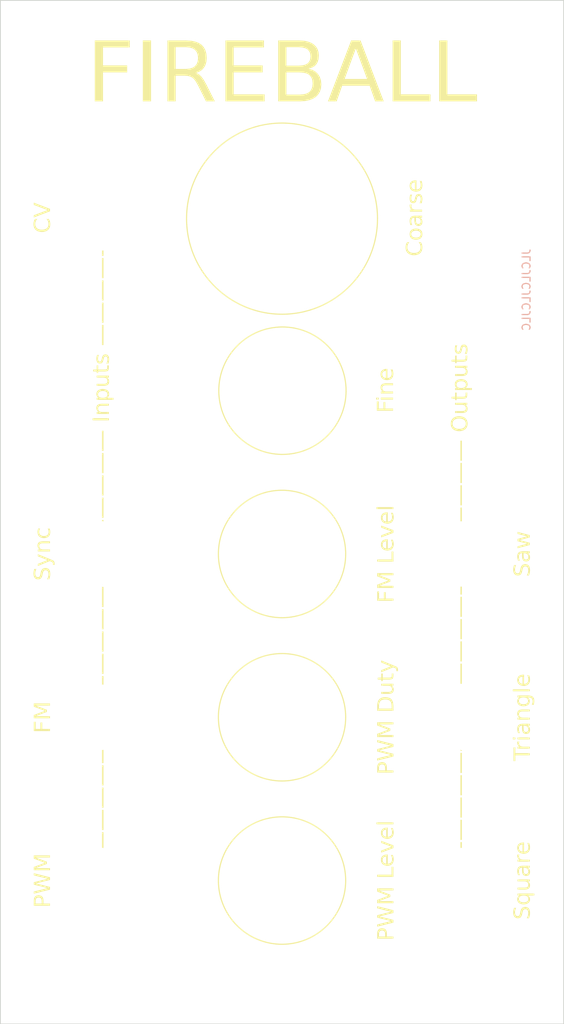
<source format=kicad_pcb>
(kicad_pcb (version 20221018) (generator pcbnew)

  (general
    (thickness 1.6)
  )

  (paper "A4")
  (layers
    (0 "F.Cu" signal)
    (31 "B.Cu" signal)
    (32 "B.Adhes" user "B.Adhesive")
    (33 "F.Adhes" user "F.Adhesive")
    (34 "B.Paste" user)
    (35 "F.Paste" user)
    (36 "B.SilkS" user "B.Silkscreen")
    (37 "F.SilkS" user "F.Silkscreen")
    (38 "B.Mask" user)
    (39 "F.Mask" user)
    (40 "Dwgs.User" user "User.Drawings")
    (41 "Cmts.User" user "User.Comments")
    (42 "Eco1.User" user "User.Eco1")
    (43 "Eco2.User" user "User.Eco2")
    (44 "Edge.Cuts" user)
    (45 "Margin" user)
    (46 "B.CrtYd" user "B.Courtyard")
    (47 "F.CrtYd" user "F.Courtyard")
    (48 "B.Fab" user)
    (49 "F.Fab" user)
    (50 "User.1" user)
    (51 "User.2" user)
    (52 "User.3" user)
    (53 "User.4" user)
    (54 "User.5" user)
    (55 "User.6" user)
    (56 "User.7" user)
    (57 "User.8" user)
    (58 "User.9" user)
  )

  (setup
    (stackup
      (layer "F.SilkS" (type "Top Silk Screen"))
      (layer "F.Paste" (type "Top Solder Paste"))
      (layer "F.Mask" (type "Top Solder Mask") (thickness 0.01))
      (layer "F.Cu" (type "copper") (thickness 0.035))
      (layer "dielectric 1" (type "core") (thickness 1.51) (material "FR4") (epsilon_r 4.5) (loss_tangent 0.02))
      (layer "B.Cu" (type "copper") (thickness 0.035))
      (layer "B.Mask" (type "Bottom Solder Mask") (thickness 0.01))
      (layer "B.Paste" (type "Bottom Solder Paste"))
      (layer "B.SilkS" (type "Bottom Silk Screen"))
      (copper_finish "None")
      (dielectric_constraints no)
    )
    (pad_to_mask_clearance 0)
    (grid_origin 84.5 17.5)
    (pcbplotparams
      (layerselection 0x00010fc_ffffffff)
      (plot_on_all_layers_selection 0x0000000_00000000)
      (disableapertmacros false)
      (usegerberextensions false)
      (usegerberattributes true)
      (usegerberadvancedattributes true)
      (creategerberjobfile true)
      (dashed_line_dash_ratio 12.000000)
      (dashed_line_gap_ratio 3.000000)
      (svgprecision 6)
      (plotframeref false)
      (viasonmask true)
      (mode 1)
      (useauxorigin true)
      (hpglpennumber 1)
      (hpglpenspeed 20)
      (hpglpendiameter 15.000000)
      (dxfpolygonmode true)
      (dxfimperialunits true)
      (dxfusepcbnewfont true)
      (psnegative false)
      (psa4output false)
      (plotreference true)
      (plotvalue true)
      (plotinvisibletext false)
      (sketchpadsonfab false)
      (subtractmaskfromsilk false)
      (outputformat 1)
      (mirror false)
      (drillshape 0)
      (scaleselection 1)
      (outputdirectory "./gerbers")
    )
  )

  (net 0 "")

  (footprint "SynthMages:3.5mm_jack_hole_nonpcb" (layer "F.Cu") (at 120.2 106.9))

  (footprint "SynthMages:3.5mm_jack_hole_nonpcb" (layer "F.Cu") (at 97.7 127.4))

  (footprint "SynthMages:3.5mm_jack_hole_nonpcb" (layer "F.Cu") (at 75.15 127.4))

  (footprint "SynthMages:3.5mm_jack_hole_nonpcb" (layer "F.Cu") (at 75.15 64.7))

  (footprint "SynthMages:3.5mm_jack_hole_nonpcb" (layer "F.Cu") (at 75.15 147.9))

  (footprint "SynthMages:eurorack_rail_hole" (layer "F.Cu") (at 125.8 162.9))

  (footprint "SynthMages:P160_pot_hole_nonpcb" (layer "F.Cu") (at 97.7 64.8))

  (footprint "SynthMages:3.5mm_jack_hole_nonpcb" (layer "F.Cu") (at 120.2 147.9))

  (footprint "SynthMages:3.5mm_jack_hole_nonpcb" (layer "F.Cu") (at 75.15 106.9))

  (footprint "SynthMages:3.5mm_jack_hole_nonpcb" (layer "F.Cu") (at 97.7 106.9))

  (footprint "SynthMages:eurorack_rail_hole" (layer "F.Cu") (at 69.8 40.4))

  (footprint "SynthMages:3.5mm_jack_hole_nonpcb" (layer "F.Cu") (at 97.7 86.4))

  (footprint "SynthMages:eurorack_rail_hole" (layer "F.Cu") (at 69.8 162.9))

  (footprint "SynthMages:3.5mm_jack_hole_nonpcb" (layer "F.Cu") (at 97.7 147.9))

  (footprint "SynthMages:3.5mm_jack_hole_nonpcb" (layer "F.Cu") (at 120.2 127.4))

  (footprint "SynthMages:eurorack_rail_hole" (layer "F.Cu") (at 125.6 40.4))

  (gr_circle (center 97.75 86.4) (end 105.75 86.4)
    (stroke (width 0.15) (type default)) (fill none) (layer "F.SilkS") (tstamp 06e47c1d-c85f-49e7-b50b-37a7c9ff5bf3))
  (gr_circle (center 97.7 147.9) (end 105.7 147.9)
    (stroke (width 0.15) (type default)) (fill none) (layer "F.SilkS") (tstamp 1023864b-b47a-4b42-bcf7-b5483f63071d))
  (gr_circle (center 97.7 64.8) (end 109.7 64.8)
    (stroke (width 0.15) (type default)) (fill none) (layer "F.SilkS") (tstamp 332df5df-e009-400e-b0db-816a30541ca2))
  (gr_circle (center 97.7 106.9) (end 105.7 106.9)
    (stroke (width 0.15) (type default)) (fill none) (layer "F.SilkS") (tstamp 3d71c5b6-b15f-4cf1-be17-aaaa97c18bc9))
  (gr_circle (center 97.7 127.4) (end 105.7 127.4)
    (stroke (width 0.15) (type default)) (fill none) (layer "F.SilkS") (tstamp b63e71fe-94de-4a9c-a418-3924930e3c0a))
  (gr_rect (start 62.3 37.4) (end 133.1 165.9)
    (stroke (width 0.1) (type default)) (fill none) (layer "Edge.Cuts") (tstamp 65721645-1eaf-4908-97e6-dc32bed9d852))
  (gr_text "JLCJLCJLCJLC" (at 129 68.5 90) (layer "B.SilkS") (tstamp 11d0e9c0-31bf-4a7a-86a8-5471622545d3)
    (effects (font (size 1 1) (thickness 0.15)) (justify left bottom mirror))
  )
  (gr_text "FIREBALL" (at 97.7 51.35) (layer "F.SilkS") (tstamp 04eb63c2-b6ff-4930-8fe3-5ff6616293eb)
    (effects (font (face "QuentinCaps") (size 7.5 7.5) (thickness 0.4)) (justify bottom))
    (render_cache "FIREBALL" 0
      (polygon
        (pts
          (xy 78.733322 43.185519)          (xy 78.675004 43.237397)          (xy 78.612468 43.287761)          (xy 78.544634 43.34014)
          (xy 78.478069 43.390283)          (xy 78.418249 43.434647)          (xy 78.348983 43.477924)          (xy 78.278572 43.508836)
          (xy 78.207017 43.527383)          (xy 78.134316 43.533565)          (xy 78.054461 43.530446)          (xy 77.977925 43.521086)
          (xy 77.904709 43.505487)          (xy 77.817859 43.477214)          (xy 77.736196 43.439191)          (xy 77.659721 43.391419)
          (xy 77.588434 43.333897)          (xy 77.525379 43.275107)          (xy 77.46719 43.219637)          (xy 77.413867 43.167487)
          (xy 77.354055 43.106969)          (xy 77.301847 43.051639)          (xy 77.249232 42.992091)          (xy 77.220238 42.956542)
          (xy 77.182206 42.890925)          (xy 77.149507 42.82147)          (xy 77.121657 42.75146)          (xy 77.104833 42.70375)
          (xy 77.079513 42.624648)          (xy 77.055299 42.552491)          (xy 77.028422 42.480749)          (xy 77.020569 42.463782)
          (xy 76.982605 42.384886)          (xy 76.947024 42.313751)          (xy 76.90329 42.230976)          (xy 76.863791 42.161996)
          (xy 76.820375 42.095172)          (xy 76.770712 42.037833)          (xy 76.738469 42.022313)          (xy 76.727478 42.022313)
          (xy 76.643214 42.168859)          (xy 76.643214 43.496929)          (xy 76.716769 43.528728)          (xy 76.794479 43.543154)
          (xy 76.879505 43.553601)          (xy 76.960792 43.560928)          (xy 77.053871 43.56734)          (xy 77.104833 43.570202)
          (xy 77.180814 43.57464)          (xy 77.273808 43.582611)          (xy 77.357299 43.59293)          (xy 77.431287 43.605595)
          (xy 77.51041 43.624727)          (xy 77.585758 43.652527)          (xy 77.639725 43.685607)          (xy 77.808252 43.876116)
          (xy 77.830604 43.949639)          (xy 77.83912 44.026977)          (xy 77.839393 44.044644)          (xy 77.833433 44.119226)
          (xy 77.817224 44.192876)          (xy 77.808252 44.22233)          (xy 77.761206 44.287045)          (xy 77.706509 44.346121)
          (xy 77.651812 44.40245)          (xy 77.641557 44.41284)          (xy 77.607162 44.481304)          (xy 77.589731 44.555035)
          (xy 77.588434 44.581367)          (xy 77.597201 44.655762)          (xy 77.623503 44.727133)          (xy 77.641557 44.759054)
          (xy 77.693474 44.815742)          (xy 77.729484 44.85614)          (xy 77.780909 44.910424)          (xy 77.808252 44.938572)
          (xy 77.851207 44.999903)          (xy 77.890089 45.066734)          (xy 77.919713 45.136887)          (xy 77.934525 45.21524)
          (xy 77.934648 45.222505)          (xy 77.915328 45.293452)          (xy 77.912666 45.297609)          (xy 77.83669 45.316421)
          (xy 77.761083 45.323255)          (xy 77.682114 45.327949)          (xy 77.586716 45.331956)          (xy 77.504386 45.334511)
          (xy 77.412815 45.336679)          (xy 77.346633 45.337909)          (xy 77.24076 45.342031)          (xy 77.143645 45.346153)
          (xy 77.055288 45.350274)          (xy 76.975689 45.354396)          (xy 76.883182 45.359891)          (xy 76.806246 45.365387)
          (xy 76.731971 45.372256)          (xy 76.668859 45.381873)          (xy 76.619881 45.436853)          (xy 76.60066 45.514666)
          (xy 76.592619 45.59064)          (xy 76.589318 45.683609)          (xy 76.590091 45.770219)          (xy 76.592195 45.846054)
          (xy 76.597916 45.920239)          (xy 76.601082 45.949738)          (xy 76.601082 46.024614)          (xy 76.601082 46.034002)
          (xy 76.601082 48.360415)          (xy 76.811741 48.560083)          (xy 76.875862 48.600956)          (xy 76.944321 48.651245)
          (xy 77.005943 48.704339)          (xy 77.060728 48.760238)          (xy 77.095674 48.801884)          (xy 77.1344 48.871937)
          (xy 77.177075 48.943564)          (xy 77.216145 49.007606)          (xy 77.26237 49.082381)          (xy 77.304501 49.14993)
          (xy 77.341617 49.218163)          (xy 77.369617 49.294636)          (xy 77.386361 49.366743)          (xy 77.396407 49.444903)
          (xy 77.399756 49.529117)          (xy 77.395198 49.611438)          (xy 77.384035 49.695673)          (xy 77.369617 49.775511)
          (xy 77.350547 49.864115)          (xy 77.331943 49.941309)          (xy 77.310362 50.024113)          (xy 77.304501 50.04569)
          (xy 77.266747 50.11653)          (xy 77.200882 50.164186)          (xy 77.130219 50.185224)          (xy 77.056116 50.192093)
          (xy 77.042551 50.192236)          (xy 76.954251 50.190147)          (xy 76.867955 50.183878)          (xy 76.783663 50.173431)
          (xy 76.701374 50.158805)          (xy 76.621089 50.140001)          (xy 76.542807 50.117017)          (xy 76.466529 50.089854)
          (xy 76.392254 50.058513)          (xy 75.950785 49.858845)          (xy 75.880718 49.829192)          (xy 75.809556 49.80596)
          (xy 75.7336 49.792126)          (xy 75.708985 49.791067)          (xy 75.630904 49.79599)          (xy 75.554196 49.810759)
          (xy 75.478862 49.835374)          (xy 75.404903 49.869836)          (xy 75.313471 49.927452)          (xy 75.224647 49.979401)
          (xy 75.138432 50.025683)          (xy 75.054824 50.066298)          (xy 74.973825 50.101246)          (xy 74.895435 50.130527)
          (xy 74.819652 50.15414)          (xy 74.746477 50.172086)          (xy 74.652969 50.187199)          (xy 74.564097 50.192236)
          (xy 74.477865 50.188114)          (xy 74.400521 50.17575)          (xy 74.321518 50.150906)          (xy 74.254612 50.114842)
          (xy 74.206891 50.075)          (xy 74.049355 49.873499)          (xy 73.807554 49.681158)          (xy 73.782653 49.611177)
          (xy 73.7667 49.52729)          (xy 73.754661 49.447944)          (xy 73.744643 49.372811)          (xy 73.734282 49.287316)
          (xy 73.72531 49.19958)          (xy 73.71786 49.10925)          (xy 73.712994 49.035119)          (xy 73.709101 48.959327)
          (xy 73.706182 48.881876)          (xy 73.704235 48.802764)          (xy 73.703262 48.721992)          (xy 73.703141 48.680983)
          (xy 73.707015 48.604848)          (xy 73.714132 48.552756)          (xy 73.714132 48.488642)          (xy 73.77771 48.449759)
          (xy 73.857938 48.428006)          (xy 73.936893 48.415298)          (xy 74.014987 48.407069)          (xy 74.049355 48.404378)
          (xy 74.13218 48.397017)          (xy 74.215986 48.386885)          (xy 74.292272 48.373273)          (xy 74.365394 48.347987)
          (xy 74.375419 48.340265)          (xy 74.501815 48.201046)          (xy 74.528863 48.13138)          (xy 74.552304 48.045112)
          (xy 74.567519 47.969518)          (xy 74.580705 47.884585)          (xy 74.591862 47.790314)          (xy 74.600991 47.686705)
          (xy 74.605949 47.612445)          (xy 74.610007 47.534034)          (xy 74.613162 47.451474)          (xy 74.615416 47.364763)
          (xy 74.616769 47.273901)          (xy 74.617219 47.17889)          (xy 74.616431 47.104232)          (xy 74.614499 47.017078)
          (xy 74.612003 46.928116)          (xy 74.609427 46.846257)          (xy 74.606336 46.754895)          (xy 74.603679 46.680137)
          (xy 74.600733 46.600034)          (xy 74.598114 46.518381)          (xy 74.595753 46.439657)          (xy 74.593649 46.363864)
          (xy 74.591245 46.267364)          (xy 74.589299 46.176073)          (xy 74.58781 46.089992)          (xy 74.58678 46.00912)
          (xy 74.586207 45.933457)          (xy 74.586079 45.880129)          (xy 74.586079 45.092445)          (xy 74.553492 45.025244)
          (xy 74.50731 44.954143)          (xy 74.46316 44.893267)          (xy 74.409708 44.823983)          (xy 74.360249 44.762503)
          (xy 74.333287 44.729745)          (xy 74.275765 44.660935)          (xy 74.227993 44.594183)          (xy 74.18997 44.529488)
          (xy 74.157212 44.454569)          (xy 74.138493 44.382613)          (xy 74.133619 44.324912)          (xy 74.133619 44.304762)
          (xy 74.146098 44.230917)          (xy 74.177491 44.159352)          (xy 74.219609 44.092849)          (xy 74.265431 44.033789)
          (xy 74.321003 43.971419)          (xy 74.333287 43.958548)          (xy 74.391077 43.897574)          (xy 74.448264 43.834204)
          (xy 74.498215 43.773784)          (xy 74.540228 43.708238)          (xy 74.543947 43.696598)          (xy 74.572497 43.611622)
          (xy 74.585663 43.524181)          (xy 74.594035 43.440042)          (xy 74.601119 43.339997)          (xy 74.605127 43.264463)
          (xy 74.608561 43.181859)          (xy 74.611423 43.092186)          (xy 74.613713 42.995443)          (xy 74.615431 42.89163)
          (xy 74.616575 42.780748)          (xy 74.617148 42.662796)          (xy 74.617219 42.601168)          (xy 74.616933 42.479002)
          (xy 74.616075 42.363003)          (xy 74.614643 42.253172)          (xy 74.61264 42.14951)          (xy 74.610064 42.052016)
          (xy 74.606915 41.960689)          (xy 74.603195 41.875531)          (xy 74.598901 41.796541)          (xy 74.591388 41.689621)
          (xy 74.582587 41.596579)          (xy 74.572497 41.517415)          (xy 74.557041 41.433452)          (xy 74.543947 41.386671)
          (xy 74.459683 41.333548)          (xy 74.387004 41.301466)          (xy 74.316429 41.26132)          (xy 74.247957 41.213109)
          (xy 74.190942 41.165367)          (xy 74.14461 41.121057)          (xy 74.099955 41.061451)          (xy 74.049341 40.994833)
          (xy 74.001212 40.93215)          (xy 73.948705 40.864316)          (xy 73.901603 40.803851)          (xy 73.891818 40.791329)
          (xy 73.767254 40.705233)          (xy 73.7474 40.625656)          (xy 73.737695 40.552477)          (xy 73.73119 40.475798)
          (xy 73.727049 40.40206)          (xy 73.725122 40.353524)          (xy 73.721387 40.274161)          (xy 73.718425 40.1872)
          (xy 73.716547 40.108927)          (xy 73.715205 40.025377)          (xy 73.7144 39.93655)          (xy 73.714142 39.861688)
          (xy 73.714132 39.842445)          (xy 73.714132 39.705059)          (xy 73.777415 39.66599)          (xy 73.855645 39.648521)
          (xy 73.934723 39.641947)          (xy 73.987073 39.640945)          (xy 74.065115 39.640945)          (xy 74.14056 39.640945)
          (xy 74.206891 39.640945)          (xy 74.712474 39.640945)          (xy 74.809704 39.645954)          (xy 74.882814 39.656285)
          (xy 74.956085 39.672251)          (xy 75.029517 39.693851)          (xy 75.10311 39.721087)          (xy 75.176864 39.753958)
          (xy 75.250779 39.792464)          (xy 75.324855 39.836605)          (xy 75.399092 39.886381)          (xy 75.47349 39.941791)
          (xy 75.498326 39.961514)          (xy 75.568772 39.998016)          (xy 75.639698 40.020556)          (xy 75.688835 40.025628)
          (xy 75.766535 40.016424)          (xy 75.838672 39.99858)          (xy 75.924673 39.971344)          (xy 76.003456 39.942793)
          (xy 76.091111 39.908232)          (xy 76.162676 39.878366)          (xy 76.239231 39.84512)          (xy 76.265859 39.833286)
          (xy 76.345092 39.798913)          (xy 76.421363 39.76792)          (xy 76.494672 39.740309)          (xy 76.565018 39.716078)
          (xy 76.654205 39.68903)          (xy 76.738125 39.667993)          (xy 76.816779 39.652966)          (xy 76.890166 39.64395)
          (xy 76.958287 39.640945)          (xy 77.032247 39.643464)          (xy 77.107581 39.65102)          (xy 77.184288 39.663614)
          (xy 77.26237 39.681245)          (xy 77.304501 39.719713)          (xy 77.734979 39.919382)          (xy 77.809741 39.948233)
          (xy 77.885647 39.968841)          (xy 77.962698 39.981206)          (xy 78.040894 39.985327)          (xy 78.092185 39.985327)
          (xy 78.148055 39.926251)          (xy 78.201407 39.866145)          (xy 78.252541 39.807691)          (xy 78.271703 39.785659)
          (xy 78.323307 39.729271)          (xy 78.381154 39.677124)          (xy 78.447828 39.642217)          (xy 78.460381 39.640945)
          (xy 78.533823 39.659879)          (xy 78.586776 39.684909)          (xy 78.646684 39.739048)          (xy 78.7007 39.790868)
          (xy 78.763554 39.856356)          (xy 78.815933 39.917722)          (xy 78.866675 39.988633)          (xy 78.905959 40.065226)
          (xy 78.922 40.142864)          (xy 78.922 40.164846)          (xy 78.911009 40.186828)          (xy 78.784613 40.49091)
          (xy 78.784613 40.959856)          (xy 78.953141 41.65778)          (xy 78.972289 41.735726)          (xy 78.992675 41.817058)
          (xy 79.010957 41.888046)          (xy 79.031372 41.964119)          (xy 79.037404 41.985676)          (xy 79.053826 42.065031)
          (xy 79.062585 42.145517)          (xy 79.067055 42.228339)          (xy 79.068515 42.308538)          (xy 79.068545 42.322732)
          (xy 79.065599 42.417469)          (xy 79.05676 42.509341)          (xy 79.042029 42.598347)          (xy 79.021405 42.684488)
          (xy 78.994888 42.767762)          (xy 78.962479 42.848171)          (xy 78.924177 42.925714)          (xy 78.879982 43.000391)
          (xy 78.829895 43.072202)          (xy 78.773916 43.141148)
        )
          (pts
            (xy 78.500681 42.315404)            (xy 78.52636 42.240491)            (xy 78.540523 42.168401)            (xy 78.549601 42.084214)
            (xy 78.553337 42.002426)            (xy 78.553804 41.958199)            (xy 78.552775 41.880356)            (xy 78.549689 41.79795)
            (xy 78.544546 41.710984)            (xy 78.537346 41.619455)            (xy 78.530104 41.542948)            (xy 78.521546 41.463521)
            (xy 78.511672 41.381175)            (xy 78.497761 41.305613)            (xy 78.482592 41.220891)            (xy 78.466162 41.12701)
            (xy 78.453014 41.050589)            (xy 78.439157 40.969016)            (xy 78.424592 40.88229)            (xy 78.409319 40.790413)
            (xy 78.393337 40.693384)            (xy 78.376646 40.591202)            (xy 78.365126 40.520219)            (xy 78.343144 40.120882)
            (xy 78.134316 40.120882)            (xy 78.059221 40.141581)            (xy 77.984565 40.160724)            (xy 77.912666 40.174005)
            (xy 77.834356 40.155687)            (xy 77.759824 40.132789)            (xy 77.688447 40.109605)            (xy 77.661707 40.100732)
            (xy 77.598051 40.061348)            (xy 77.536484 40.020991)            (xy 77.513329 40.005478)            (xy 77.440028 39.973707)
            (xy 77.366669 39.946172)            (xy 77.293253 39.922874)            (xy 77.21978 39.903811)            (xy 77.146249 39.888985)
            (xy 77.072662 39.878395)            (xy 76.999017 39.872041)            (xy 76.925314 39.869923)            (xy 76.8408 39.870245)
            (xy 76.767234 39.871211)            (xy 76.686176 39.873501)            (xy 76.612223 39.877973)            (xy 76.601082 39.879082)
            (xy 76.547959 39.879082)            (xy 76.31715 39.932205)            (xy 75.906822 40.120882)            (xy 75.844282 40.160381)
            (xy 75.774399 40.202348)            (xy 75.702701 40.241847)            (xy 75.635819 40.272952)            (xy 75.571598 40.28941)
            (xy 75.493773 40.269496)            (xy 75.421673 40.229997)            (xy 75.359034 40.186549)            (xy 75.301226 40.14129)
            (xy 75.276675 40.120882)            (xy 75.217701 40.07189)            (xy 75.154401 40.031581)            (xy 75.088005 39.995496)
            (xy 75.010403 39.957993)            (xy 74.952443 39.932205)            (xy 74.875163 39.91858)            (xy 74.785497 39.910917)
            (xy 74.710621 39.907024)            (xy 74.623667 39.904105)            (xy 74.524634 39.902159)            (xy 74.442433 39.901337)
            (xy 74.353437 39.901064)            (xy 74.2702 39.900838)            (xy 74.193596 39.900162)            (xy 74.101776 39.898559)
            (xy 74.021749 39.896155)            (xy 73.938297 39.892023)            (xy 73.862477 39.885411)            (xy 73.807554 39.875418)
            (xy 73.780276 39.946348)            (xy 73.771347 40.021105)            (xy 73.766904 40.105555)            (xy 73.765464 40.190295)
            (xy 73.765423 40.20881)            (xy 73.766081 40.287549)            (xy 73.768755 40.371726)            (xy 73.77468 40.451839)
            (xy 73.789122 40.529264)            (xy 73.807554 40.555024)            (xy 73.851491 40.619665)            (xy 73.914145 40.659364)
            (xy 73.987187 40.680389)            (xy 74.06333 40.688225)            (xy 74.091487 40.688747)            (xy 74.16457 40.682489)
            (xy 74.240251 40.678829)            (xy 74.311305 40.677756)            (xy 74.4049 40.684797)            (xy 74.486015 40.70592)
            (xy 74.554651 40.741126)            (xy 74.610808 40.790413)            (xy 74.654486 40.853783)            (xy 74.685684 40.931234)
            (xy 74.704403 41.022768)            (xy 74.710252 41.10066)            (xy 74.710642 41.128384)            (xy 74.706435 41.205521)
            (xy 74.698278 41.286379)            (xy 74.688661 41.366521)            (xy 74.679845 41.445175)            (xy 74.672367 41.522562)
            (xy 74.66851 41.591835)            (xy 74.66851 43.826657)            (xy 74.63498 43.899524)            (xy 74.586594 43.961446)
            (xy 74.528376 44.02415)            (xy 74.468055 44.083192)            (xy 74.42671 44.12158)            (xy 74.377444 44.179254)
            (xy 74.346425 44.246945)            (xy 74.333652 44.324655)            (xy 74.333287 44.341399)            (xy 74.341351 44.419199)
            (xy 74.375419 44.49115)            (xy 74.444542 44.534048)            (xy 74.501815 44.541067)            (xy 74.580445 44.532346)
            (xy 74.65721 44.498858)            (xy 74.714784 44.440254)            (xy 74.748102 44.372232)            (xy 74.768093 44.286768)
            (xy 74.77449 44.205839)            (xy 74.774756 44.183862)            (xy 74.783915 41.590003)            (xy 74.790098 41.506197)
            (xy 74.795636 41.429518)            (xy 74.801947 41.34099)            (xy 74.807797 41.258164)            (xy 74.814183 41.16711)
            (xy 74.816888 41.128384)            (xy 74.816523 41.05499)            (xy 74.806493 40.973107)            (xy 74.786119 40.895256)
            (xy 74.755402 40.821438)            (xy 74.727129 40.771179)            (xy 74.67272 40.707779)            (xy 74.608363 40.662227)
            (xy 74.542236 40.630465)            (xy 74.464751 40.604338)            (xy 74.375906 40.583846)            (xy 74.296651 40.57151)
            (xy 74.218941 40.558201)            (xy 74.136375 40.533756)            (xy 74.069999 40.500635)            (xy 74.011717 40.449437)
            (xy 73.973186 40.373915)            (xy 73.965091 40.30956)            (xy 73.970844 40.235715)            (xy 73.994216 40.157254)
            (xy 74.035566 40.094178)            (xy 74.094895 40.046486)            (xy 74.172201 40.014179)            (xy 74.246991 39.99941)
            (xy 74.333287 39.994487)            (xy 74.407392 39.998825)            (xy 74.492319 40.011839)            (xy 74.568054 40.028497)
            (xy 74.650715 40.050708)            (xy 74.740302 40.078471)            (xy 74.812038 40.102938)            (xy 74.887671 40.130528)
            (xy 74.967199 40.161241)            (xy 74.994575 40.172173)            (xy 75.06462 40.219572)            (xy 75.12191 40.265367)
            (xy 75.178215 40.316887)            (xy 75.233536 40.374132)            (xy 75.287874 40.4371)            (xy 75.341227 40.505794)
            (xy 75.35178 40.520219)            (xy 75.40652 40.57058)            (xy 75.476344 40.582501)            (xy 75.552937 40.564727)
            (xy 75.627963 40.528067)            (xy 75.696735 40.48573)            (xy 75.740126 40.456106)            (xy 75.803125 40.415222)
            (xy 75.868455 40.374722)            (xy 75.931281 40.336654)            (xy 75.939795 40.331542)            (xy 76.190754 40.174005)
            (xy 76.260547 40.140286)            (xy 76.327733 40.109884)            (xy 76.413256 40.074507)            (xy 76.494142 40.045026)
            (xy 76.570392 40.021442)            (xy 76.642005 40.003753)            (xy 76.725 39.989934)            (xy 76.800751 39.985327)
            (xy 76.876993 39.989934)            (xy 76.961464 40.003753)            (xy 77.034966 40.021442)            (xy 77.113734 40.045026)
            (xy 77.197769 40.074507)            (xy 77.28707 40.109884)            (xy 77.357503 40.140286)            (xy 77.430897 40.174005)
            (xy 77.499869 40.218554)            (xy 77.56799 40.263748)            (xy 77.632855 40.307614)            (xy 77.702629 40.355511)
            (xy 77.712998 40.362683)            (xy 77.78738 40.382888)            (xy 77.862599 40.393335)            (xy 77.948701 40.402289)
            (xy 77.97678 40.404815)            (xy 78.052314 40.41785)            (xy 78.128821 40.444657)            (xy 78.190845 40.492769)
            (xy 78.207589 40.520219)            (xy 78.343144 40.846284)            (xy 78.365469 40.921216)            (xy 78.384818 40.99947)
            (xy 78.40119 41.081043)            (xy 78.414585 41.165936)            (xy 78.425004 41.25415)            (xy 78.432445 41.345684)
            (xy 78.43691 41.440538)            (xy 78.438306 41.513857)            (xy 78.438399 41.538712)            (xy 78.436878 41.623076)
            (xy 78.433472 41.698295)            (xy 78.42812 41.780384)            (xy 78.420821 41.869341)            (xy 78.411576 41.965169)
            (xy 78.403365 42.041547)            (xy 78.394059 42.121789)            (xy 78.383659 42.205896)            (xy 78.376117 42.264113)
            (xy 78.291853 42.463782)            (xy 78.261313 42.54235)            (xy 78.2219 42.610442)            (xy 78.173615 42.668058)
            (xy 78.116456 42.715199)            (xy 78.050425 42.751864)            (xy 77.97552 42.778054)            (xy 77.891743 42.793767)
            (xy 77.799093 42.799005)            (xy 77.710193 42.79391)            (xy 77.627589 42.778626)            (xy 77.551282 42.753152)
            (xy 77.481272 42.717489)            (xy 77.417559 42.671636)            (xy 77.360143 42.615594)            (xy 77.309024 42.549362)
            (xy 77.264201 42.472941)            (xy 77.23183 42.404763)            (xy 77.206155 42.333493)            (xy 77.187179 42.259133)
            (xy 77.1749 42.181681)            (xy 77.169319 42.101138)            (xy 77.168947 42.073604)            (xy 77.172381 41.999501)
            (xy 77.182685 41.923738)            (xy 77.199859 41.846315)            (xy 77.223901 41.767232)            (xy 77.254813 41.686488)
            (xy 77.292595 41.604085)            (xy 77.337245 41.520022)            (xy 77.375241 41.455885)            (xy 77.388765 41.434298)
            (xy 77.428264 41.368467)            (xy 77.462496 41.29737)            (xy 77.491462 41.221005)            (xy 77.512486 41.149867)
            (xy 77.515161 41.139375)            (xy 77.515161 41.097243)            (xy 77.505887 41.012364)            (xy 77.478066 40.930834)
            (xy 77.440714 40.86545)            (xy 77.390483 40.802391)            (xy 77.327371 40.741659)            (xy 77.267607 40.694747)
            (xy 77.251379 40.683251)            (xy 77.184746 40.639574)            (xy 77.115824 40.601048)            (xy 77.044612 40.567675)
            (xy 76.97111 40.539453)            (xy 76.895318 40.516384)            (xy 76.817237 40.498466)            (xy 76.736866 40.485701)
            (xy 76.654205 40.478087)            (xy 76.580703 40.47886)            (xy 76.510579 40.502552)            (xy 76.485677 40.520219)
            (xy 76.40804 40.56399)            (xy 76.335411 40.616533)            (xy 76.267791 40.677849)            (xy 76.20518 40.747938)
            (xy 76.147577 40.826799)            (xy 76.094984 40.914433)            (xy 76.0474 41.01084)            (xy 76.004824 41.116019)
            (xy 75.967258 41.229971)            (xy 75.9347 41.352696)            (xy 75.907151 41.484194)            (xy 75.884611 41.624464)
            (xy 75.875219 41.697889)            (xy 75.86708 41.773507)            (xy 75.860193 41.851318)            (xy 75.854558 41.931323)
            (xy 75.850175 42.01352)            (xy 75.847044 42.097911)            (xy 75.845166 42.184495)            (xy 75.84454 42.273272)
            (xy 75.845119 42.351282)            (xy 75.846488 42.426326)            (xy 75.848661 42.510493)            (xy 75.85098 42.584396)
            (xy 75.853813 42.664137)            (xy 75.857162 42.749718)            (xy 75.861026 42.841137)            (xy 75.86489 42.932556)
            (xy 75.868239 43.018137)            (xy 75.871073 43.097878)            (xy 75.873391 43.171781)            (xy 75.875564 43.255948)
            (xy 75.876933 43.330992)            (xy 75.877513 43.409002)            (xy 75.875967 43.484478)            (xy 75.872779 43.559005)
            (xy 75.868486 43.638146)            (xy 75.866522 43.670952)            (xy 75.862239 43.74422)            (xy 75.858278 43.825283)
            (xy 75.855799 43.904289)            (xy 75.855531 43.932903)            (xy 75.85659 44.016021)            (xy 75.859767 44.092271)
            (xy 75.866717 44.177923)            (xy 75.876976 44.252842)            (xy 75.893655 44.328576)            (xy 75.919138 44.397398)
            (xy 75.923308 44.405512)            (xy 75.968533 44.466612)            (xy 76.035437 44.511048)            (xy 76.11064 44.529933)
            (xy 76.148622 44.531908)            (xy 76.229108 44.518169)            (xy 76.291046 44.476953)            (xy 76.334438 44.40826)
            (xy 76.35719 44.325614)            (xy 76.359282 44.31209)            (xy 76.342774 44.239983)            (xy 76.311305 44.173277)
            (xy 76.259242 44.120011)            (xy 76.190004 44.091246)            (xy 76.159613 44.086775)            (xy 76.08405 44.076929)
            (xy 76.011493 44.060114)            (xy 75.950785 44.028157)            (xy 75.950785 43.240474)            (xy 75.950259 43.164539)
            (xy 75.948971 43.08829)            (xy 75.946911 43.001736)            (xy 75.944603 42.921737)            (xy 75.941759 42.834582)
            (xy 75.939795 42.778855)            (xy 75.937219 42.704695)            (xy 75.934482 42.618515)            (xy 75.932281 42.539581)
            (xy 75.930349 42.454422)            (xy 75.92919 42.379697)            (xy 75.928804 42.315404)            (xy 75.929827 42.184493)
            (xy 75.932897 42.059665)            (xy 75.938013 41.940918)            (xy 75.945175 41.828254)            (xy 75.954385 41.721672)
            (xy 75.96564 41.621173)            (xy 75.978943 41.526755)            (xy 75.994291 41.43842)            (xy 76.011686 41.356167)
            (xy 76.031128 41.279996)            (xy 76.052616 41.209907)            (xy 76.088685 41.116178)            (xy 76.129359 41.036135)
            (xy 76.174638 40.969776)            (xy 76.190754 40.950697)            (xy 76.390423 40.729047)            (xy 76.449177 40.668661)
            (xy 76.507287 40.620769)            (xy 76.574268 40.580686)            (xy 76.649745 40.555698)            (xy 76.696337 40.55136)
            (xy 76.769617 40.569593)            (xy 76.84672 40.600569)            (xy 76.922917 40.63508)            (xy 76.947296 40.646615)
            (xy 77.024691 40.685656)            (xy 77.093842 40.724009)            (xy 77.168689 40.770986)            (xy 77.230656 40.816889)
            (xy 77.288015 40.870555)            (xy 77.331492 40.931213)            (xy 77.335642 40.939706)            (xy 77.388765 41.097243)
            (xy 77.368193 41.168047)            (xy 77.342478 41.241955)            (xy 77.3145 41.319564)            (xy 77.289196 41.388553)
            (xy 77.260189 41.466783)            (xy 77.227479 41.554254)            (xy 77.191066 41.650967)            (xy 77.178106 41.685258)
            (xy 77.148026 41.769031)            (xy 77.123044 41.849764)            (xy 77.10316 41.927455)            (xy 77.088375 42.002106)
            (xy 77.077363 42.087672)            (xy 77.073692 42.168859)            (xy 77.078313 42.26994)            (xy 77.092175 42.364355)
            (xy 77.115278 42.452106)            (xy 77.147623 42.533191)            (xy 77.189209 42.60761)            (xy 77.240037 42.675364)
            (xy 77.300106 42.736453)            (xy 77.369417 42.790876)            (xy 77.447968 42.838634)            (xy 77.535762 42.879727)
            (xy 77.599425 42.903419)            (xy 77.99693 42.903419)            (xy 78.112335 42.841137)            (xy 78.170286 42.792297)
            (xy 78.22897 42.745253)            (xy 78.289649 42.698083)            (xy 78.322994 42.672609)            (xy 78.35804 42.606433)
            (xy 78.394542 42.533441)            (xy 78.427377 42.466599)            (xy 78.465848 42.387504)
          )
          (pts
            (xy 77.430897 43.775366)            (xy 76.443545 43.775366)            (xy 76.443545 43.85963)            (xy 76.51387 43.894692)
            (xy 76.593297 43.907715)            (xy 76.674355 43.910921)            (xy 76.755413 43.906541)            (xy 76.839219 43.901067)
            (xy 76.931096 43.894833)            (xy 77.019023 43.888751)            (xy 77.093384 43.883551)            (xy 77.146965 43.87978)
            (xy 77.157956 43.953053)            (xy 77.129319 44.023098)            (xy 77.103398 44.092609)            (xy 77.080357 44.169102)
            (xy 77.073692 44.215003)            (xy 77.073692 44.236985)            (xy 77.08245 44.314866)            (xy 77.100515 44.392548)
            (xy 77.121377 44.464388)            (xy 77.135974 44.509926)            (xy 77.124983 44.552058)            (xy 76.632223 44.572208)
            (xy 76.643214 44.656472)            (xy 76.721701 44.671525)            (xy 76.803876 44.68077)            (xy 76.885358 44.685667)
            (xy 76.962316 44.687491)            (xy 76.989428 44.687613)            (xy 77.070744 44.685638)            (xy 77.157657 44.677615)
            (xy 77.240347 44.65984)            (xy 77.307027 44.627871)            (xy 77.346633 44.561217)            (xy 77.33178 44.484062)
            (xy 77.307094 44.407384)            (xy 77.304501 44.400017)            (xy 77.282283 44.33)            (xy 77.265702 44.255559)
            (xy 77.26237 44.215003)            (xy 77.27336 44.183862)            (xy 77.27336 44.163712)
          )
          (pts
            (xy 76.76961 49.424703)            (xy 76.827212 49.378421)            (xy 76.847208 49.299788)            (xy 76.853133 49.226115)
            (xy 76.853873 49.182903)            (xy 76.851816 49.09539)            (xy 76.845644 49.01718)            (xy 76.832807 48.935607)
            (xy 76.810343 48.857368)            (xy 76.774794 48.790277)            (xy 76.76961 48.783565)            (xy 76.701789 48.745899)
            (xy 76.624227 48.706028)            (xy 76.551007 48.668962)            (xy 76.481742 48.634158)            (xy 76.443545 48.615038)
            (xy 76.192586 48.490474)            (xy 76.130934 48.443934)            (xy 76.077868 48.388579)            (xy 76.033389 48.324408)
            (xy 75.997497 48.251421)            (xy 75.970191 48.169619)            (xy 75.951472 48.079001)            (xy 75.943068 48.005252)
            (xy 75.939494 47.926545)            (xy 75.939795 47.871318)            (xy 75.942542 47.794382)            (xy 75.948209 47.71985)
            (xy 75.950785 47.6918)            (xy 75.950785 47.617262)            (xy 75.950785 47.576395)            (xy 75.950785 44.993527)
            (xy 75.802408 44.993527)            (xy 75.82439 45.885624)            (xy 75.827019 45.961866)            (xy 75.828039 46.046338)
            (xy 75.827696 46.11984)            (xy 75.826322 46.198608)            (xy 75.823917 46.282643)            (xy 75.820483 46.371944)
            (xy 75.816018 46.466512)            (xy 75.813399 46.515771)            (xy 75.809798 46.598192)            (xy 75.806551 46.675783)
            (xy 75.802773 46.771725)            (xy 75.799624 46.85908)            (xy 75.797106 46.937848)            (xy 75.794843 47.024233)
            (xy 75.793426 47.110186)            (xy 75.793249 47.145917)            (xy 75.794029 47.265787)            (xy 75.796369 47.381306)
            (xy 75.800268 47.492475)            (xy 75.805728 47.599293)            (xy 75.812748 47.70176)            (xy 75.821327 47.799877)
            (xy 75.831467 47.893644)            (xy 75.843166 47.98306)            (xy 75.856425 48.068125)            (xy 75.871244 48.148839)
            (xy 75.887623 48.225203)            (xy 75.905562 48.297217)            (xy 75.935396 48.39708)            (xy 75.968739 48.487154)
            (xy 75.992917 48.541765)            (xy 76.041346 48.59892)            (xy 76.104658 48.639767)            (xy 76.176786 48.672268)
            (xy 76.249487 48.697581)            (xy 76.333636 48.721284)            (xy 76.417016 48.747267)            (xy 76.486264 48.779422)
            (xy 76.550707 48.826155)            (xy 76.60017 48.891909)            (xy 76.621933 48.96976)            (xy 76.623064 48.994225)
            (xy 76.616132 49.081827)            (xy 76.595336 49.154581)            (xy 76.552081 49.222287)            (xy 76.488861 49.268612)
            (xy 76.405678 49.293556)            (xy 76.339132 49.298307)            (xy 76.260363 49.294958)            (xy 76.181595 49.284912)
            (xy 76.102827 49.268168)            (xy 76.024058 49.244726)            (xy 75.94529 49.214587)            (xy 75.866522 49.177751)
            (xy 75.787753 49.134216)            (xy 75.708985 49.083984)            (xy 75.633995 49.033323)            (xy 75.566561 48.989416)
            (xy 75.492894 48.944032)            (xy 75.42008 48.903503)            (xy 75.34944 48.873106)            (xy 75.320639 48.867829)
            (xy 75.250078 48.904639)            (xy 75.185964 48.953583)            (xy 75.163102 48.972243)            (xy 75.10769 49.027656)
            (xy 75.046667 49.080435)            (xy 74.986324 49.130989)            (xy 74.963434 49.14993)            (xy 74.898111 49.192884)
            (xy 74.827834 49.221891)            (xy 74.743157 49.244726)            (xy 74.665047 49.258551)            (xy 74.577721 49.268426)
            (xy 74.481178 49.27435)            (xy 74.402723 49.276202)            (xy 74.375419 49.276325)            (xy 74.29456 49.273749)
            (xy 74.221653 49.266021)            (xy 74.136817 49.247703)            (xy 74.06612 49.220226)            (xy 73.997633 49.172999)
            (xy 73.951238 49.111461)            (xy 73.926936 49.035613)            (xy 73.922959 48.983234)            (xy 73.922959 48.783565)
            (xy 74.004366 48.762652)            (xy 74.078914 48.743187)            (xy 74.167643 48.719487)            (xy 74.244179 48.698364)
            (xy 74.322702 48.675583)            (xy 74.400628 48.650451)            (xy 74.437701 48.635188)            (xy 74.514273 48.601636)
            (xy 74.579123 48.562802)            (xy 74.639969 48.510823)            (xy 74.684861 48.451655)            (xy 74.710642 48.395219)
            (xy 74.733231 48.319539)            (xy 74.753597 48.238126)            (xy 74.771742 48.150982)            (xy 74.787665 48.058107)
            (xy 74.801366 47.9595)            (xy 74.812845 47.855161)            (xy 74.822103 47.745091)            (xy 74.82704 47.668526)
            (xy 74.83099 47.589415)            (xy 74.833952 47.507756)            (xy 74.835927 47.423549)            (xy 74.836915 47.336795)
            (xy 74.837038 47.292463)            (xy 74.836367 47.218135)            (xy 74.834355 47.132536)            (xy 74.831779 47.055943)
            (xy 74.828344 46.972137)            (xy 74.824051 46.881119)            (xy 74.818899 46.782887)            (xy 74.814471 46.70448)
            (xy 74.809561 46.622016)            (xy 74.804978 46.538565)            (xy 74.800845 46.457882)            (xy 74.797164 46.379969)
            (xy 74.793933 46.304825)            (xy 74.790327 46.208941)            (xy 74.787522 46.117979)            (xy 74.785518 46.031941)
            (xy 74.784316 45.950825)            (xy 74.783915 45.874633)            (xy 74.783915 44.993527)            (xy 74.66851 44.993527)
            (xy 74.66851 47.281472)            (xy 74.668682 47.360526)            (xy 74.669197 47.434658)            (xy 74.670324 47.520399)
            (xy 74.671988 47.598449)            (xy 74.674693 47.681954)            (xy 74.678825 47.765377)            (xy 74.679501 47.776064)
            (xy 74.688678 47.852471)            (xy 74.690492 47.922609)            (xy 74.687058 48.003639)            (xy 74.676754 48.079116)
            (xy 74.654214 48.165653)            (xy 74.62094 48.243514)            (xy 74.576934 48.3127)            (xy 74.522194 48.373209)
            (xy 74.470674 48.415369)            (xy 74.40715 48.454108)            (xy 74.328779 48.491326)            (xy 74.255392 48.520005)
            (xy 74.172502 48.547711)            (xy 74.080109 48.574444)            (xy 74.004579 48.593856)            (xy 73.923703 48.612719)
            (xy 73.837483 48.631036)            (xy 73.807554 48.63702)            (xy 73.781553 48.711829)            (xy 73.7769 48.791895)
            (xy 73.776413 48.836688)            (xy 73.777428 48.936074)            (xy 73.780471 49.026089)            (xy 73.785542 49.106733)
            (xy 73.79546 49.199684)            (xy 73.808984 49.275977)            (xy 73.83096 49.347917)            (xy 73.877843 49.408882)
            (xy 73.891818 49.413712)            (xy 73.967452 49.417569)            (xy 74.041559 49.42239)            (xy 74.124334 49.428057)
            (xy 74.206891 49.433862)            (xy 74.284397 49.439175)            (xy 74.358958 49.443039)            (xy 74.432374 49.444842)
            (xy 74.437701 49.444853)            (xy 74.513865 49.443221)            (xy 74.601744 49.436594)            (xy 74.681483 49.424867)
            (xy 74.753084 49.408043)            (xy 74.82826 49.381124)            (xy 74.901152 49.340439)            (xy 74.963062 49.300669)
            (xy 75.022367 49.250866)            (xy 75.078266 49.200591)            (xy 75.12097 49.160921)            (xy 75.184261 49.111655)
            (xy 75.255015 49.076621)            (xy 75.309648 49.067498)            (xy 75.383037 49.081183)            (xy 75.453739 49.108614)
            (xy 75.498326 49.12978)            (xy 75.782258 49.320289)            (xy 75.850826 49.359341)            (xy 75.931737 49.391773)
            (xy 76.005354 49.412954)            (xy 76.08687 49.429898)            (xy 76.176285 49.442606)            (xy 76.273601 49.451078)
            (xy 76.351772 49.454652)            (xy 76.434386 49.455844)            (xy 76.509799 49.454749)            (xy 76.590454 49.450704)
            (xy 76.672972 49.442433)            (xy 76.753488 49.428474)
          )
      )
      (polygon
        (pts
          (xy 83.475908 40.952529)          (xy 83.413626 41.122889)          (xy 83.265248 41.291416)          (xy 83.199918 41.334196)
          (xy 83.124126 41.363676)          (xy 83.051655 41.384886)          (xy 82.965788 41.405322)          (xy 82.950175 41.408653)
          (xy 82.865811 41.422048)          (xy 82.794069 41.45399)          (xy 82.73495 41.50448)          (xy 82.688453 41.573517)
          (xy 82.659348 41.645215)          (xy 82.646092 41.694417)          (xy 82.646092 44.20218)          (xy 82.673892 44.274709)
          (xy 82.710001 44.343502)          (xy 82.739515 44.39269)          (xy 82.782105 44.455887)          (xy 82.803629 44.498935)
          (xy 82.928193 44.79569)          (xy 82.928193 44.81584)          (xy 82.909465 44.889902)          (xy 82.87507 44.953227)
          (xy 82.843929 44.997191)          (xy 82.801797 45.048482)          (xy 82.646092 45.249982)          (xy 82.622851 45.321538)
          (xy 82.611698 45.411957)          (xy 82.604642 45.509602)          (xy 82.60044 45.597599)          (xy 82.597172 45.698251)
          (xy 82.595512 45.772382)          (xy 82.594267 45.852138)          (xy 82.593437 45.937518)          (xy 82.593022 46.028522)
          (xy 82.59297 46.076133)          (xy 82.593238 46.164746)          (xy 82.593839 46.249482)          (xy 82.594784 46.346526)
          (xy 82.595717 46.427385)          (xy 82.596844 46.515168)          (xy 82.598165 46.609873)          (xy 82.599678 46.711502)
          (xy 82.601385 46.820053)          (xy 82.60263 46.896267)          (xy 82.603961 46.975558)          (xy 82.601363 47.053974)
          (xy 82.599131 47.139483)          (xy 82.597005 47.223562)          (xy 82.594494 47.32474)          (xy 82.592605 47.401691)
          (xy 82.590544 47.486241)          (xy 82.588311 47.57839)          (xy 82.585907 47.678138)          (xy 82.583331 47.785486)
          (xy 82.581979 47.842009)          (xy 82.580948 47.923411)          (xy 82.582437 48.002752)          (xy 82.586444 48.080032)
          (xy 82.59297 48.155251)          (xy 82.602014 48.228409)          (xy 82.616862 48.316959)          (xy 82.635645 48.402289)
          (xy 82.644261 48.435519)          (xy 82.705054 48.483261)          (xy 82.745011 48.499633)          (xy 82.815078 48.525737)
          (xy 82.845761 48.541765)          (xy 82.911864 48.5976)          (xy 82.973702 48.654279)          (xy 83.031276 48.711802)
          (xy 83.084585 48.77017)          (xy 83.133629 48.829382)          (xy 83.178408 48.889439)          (xy 83.237581 48.981107)
          (xy 83.287158 49.074675)          (xy 83.32714 49.170142)          (xy 83.357526 49.26751)          (xy 83.378317 49.366777)
          (xy 83.389511 49.467944)          (xy 83.391644 49.536444)          (xy 83.38413 49.614382)          (xy 83.381039 49.687884)
          (xy 83.380653 49.726953)          (xy 83.380653 49.895481)          (xy 83.37802 49.976081)          (xy 83.367322 50.051071)
          (xy 83.338521 50.107972)          (xy 83.278622 50.155947)          (xy 83.205692 50.178329)          (xy 83.121593 50.189274)
          (xy 83.034439 50.192236)          (xy 82.927497 50.189998)          (xy 82.823743 50.183284)          (xy 82.723177 50.172095)
          (xy 82.625799 50.15643)          (xy 82.531609 50.136289)          (xy 82.440606 50.111672)          (xy 82.352792 50.082579)
          (xy 82.268165 50.049011)          (xy 82.186726 50.010966)          (xy 82.108474 49.968446)          (xy 82.058078 49.937613)
          (xy 81.993012 49.881499)          (xy 81.932455 49.83131)          (xy 81.867502 49.780244)          (xy 81.800784 49.731758)
          (xy 81.763155 49.706803)          (xy 81.563486 49.706803)          (xy 81.500124 49.758345)          (xy 81.441357 49.814357)
          (xy 81.388325 49.866709)          (xy 81.326081 49.929346)          (xy 81.312527 49.943108)          (xy 81.247382 50.001498)
          (xy 81.178346 50.052102)          (xy 81.105416 50.094921)          (xy 81.028594 50.129954)          (xy 80.94788 50.157202)
          (xy 80.863272 50.176666)          (xy 80.774772 50.188343)          (xy 80.68238 50.192236)          (xy 80.587497 50.188572)
          (xy 80.497938 50.177581)          (xy 80.413703 50.159263)          (xy 80.334792 50.133618)          (xy 80.261204 50.100645)
          (xy 80.19294 50.060345)          (xy 80.13 50.012718)          (xy 80.072383 49.957763)          (xy 79.73716 49.508967)
          (xy 79.69047 49.435658)          (xy 79.658941 49.368566)          (xy 79.63412 49.296017)          (xy 79.616008 49.218013)
          (xy 79.604604 49.134552)          (xy 79.599908 49.045636)          (xy 79.599774 49.027198)          (xy 79.603122 48.95215)
          (xy 79.613169 48.874012)          (xy 79.629913 48.792782)          (xy 79.653354 48.708461)          (xy 79.678005 48.635832)
          (xy 79.695028 48.591224)          (xy 79.73281 48.523905)          (xy 79.791188 48.471161)          (xy 79.866375 48.442761)
          (xy 79.925838 48.437351)          (xy 80.094365 48.437351)          (xy 80.172388 48.431074)          (xy 80.246018 48.404928)
          (xy 80.272052 48.384228)          (xy 80.334334 48.336143)          (xy 80.382562 48.277718)          (xy 80.414934 48.232187)
          (xy 80.455463 48.170592)          (xy 80.493888 48.105834)          (xy 80.524843 48.038014)          (xy 80.524843 44.969713)
          (xy 80.409439 44.821336)          (xy 80.350191 44.770617)          (xy 80.298842 44.718296)          (xy 80.245766 44.65064)
          (xy 80.205033 44.58048)          (xy 80.176643 44.507815)          (xy 80.160597 44.432646)          (xy 80.156647 44.370708)
          (xy 80.162572 44.296755)          (xy 80.180346 44.217779)          (xy 80.20421 44.148129)          (xy 80.236303 44.07499)
          (xy 80.276624 43.998363)          (xy 80.314806 43.93455)          (xy 80.325175 43.918248)          (xy 80.367786 43.857676)
          (xy 80.416986 43.789518)          (xy 80.461896 43.727846)          (xy 80.514945 43.655351)          (xy 80.563245 43.589563)
          (xy 80.576134 43.572034)          (xy 80.596501 43.488491)          (xy 80.603413 43.412943)          (xy 80.609009 43.313752)
          (xy 80.612341 43.223845)          (xy 80.614934 43.120638)          (xy 80.61625 43.044446)          (xy 80.617238 42.962343)
          (xy 80.617896 42.87433)          (xy 80.618225 42.780406)          (xy 80.618266 42.731228)          (xy 80.618266 42.079099)
          (xy 80.609107 41.469103)          (xy 80.582703 41.398875)          (xy 80.533931 41.337909)          (xy 80.471721 41.285692)
          (xy 80.403886 41.241771)          (xy 80.378298 41.227302)          (xy 80.312395 41.19292)          (xy 80.240611 41.153822)
          (xy 80.175652 41.117737)          (xy 80.101163 41.075855)          (xy 80.074215 41.060607)          (xy 79.94782 40.901238)
          (xy 79.863556 40.807815)          (xy 79.818172 40.742771)          (xy 79.78048 40.659838)          (xy 79.755865 40.580612)
          (xy 79.736173 40.489937)          (xy 79.724634 40.414417)          (xy 79.715865 40.332458)          (xy 79.709865 40.244058)
          (xy 79.706635 40.149218)          (xy 79.706019 40.082414)          (xy 79.707822 40.004848)          (xy 79.715148 39.918999)
          (xy 79.728108 39.845494)          (xy 79.751099 39.77358)          (xy 79.794376 39.705345)          (xy 79.821424 39.683077)
          (xy 79.898453 39.660859)          (xy 79.98125 39.651478)          (xy 80.071205 39.645924)          (xy 80.156885 39.642961)
          (xy 80.254759 39.641315)          (xy 80.336166 39.640945)          (xy 80.412294 39.641367)          (xy 80.485889 39.642634)
          (xy 80.591531 39.646117)          (xy 80.691475 39.6515)          (xy 80.785719 39.658782)          (xy 80.874263 39.667964)
          (xy 80.957108 39.679047)          (xy 81.034254 39.692029)          (xy 81.12825 39.712293)          (xy 81.212113 39.735935)
          (xy 81.250245 39.749023)          (xy 81.39679 39.803977)          (xy 81.469519 39.826517)          (xy 81.543794 39.834889)
          (xy 81.616609 39.83695)          (xy 81.695606 39.834954)          (xy 81.777351 39.827578)          (xy 81.857035 39.812494)
          (xy 81.929163 39.78704)          (xy 81.942673 39.780163)          (xy 82.022923 39.740057)          (xy 82.105677 39.706748)
          (xy 82.190935 39.680236)          (xy 82.278698 39.660523)          (xy 82.368965 39.647607)          (xy 82.442982 39.642169)
          (xy 82.499547 39.640945)          (xy 82.588365 39.644031)          (xy 82.671638 39.653288)          (xy 82.749365 39.668718)
          (xy 82.821547 39.690318)          (xy 82.900844 39.724386)          (xy 82.972157 39.767341)          (xy 83.050209 39.824184)
          (xy 83.121336 39.882974)          (xy 83.185535 39.943711)          (xy 83.242808 40.006393)          (xy 83.293155 40.071022)
          (xy 83.336575 40.137598)          (xy 83.373068 40.206119)          (xy 83.402635 40.276587)          (xy 83.423744 40.348635)
          (xy 83.441275 40.433115)          (xy 83.452724 40.509651)          (xy 83.461883 40.594143)          (xy 83.468752 40.686593)
          (xy 83.472401 40.761152)          (xy 83.474763 40.840187)          (xy 83.475836 40.923698)
        )
          (pts
            (xy 82.59297 39.763677)            (xy 82.506416 39.766224)            (xy 82.419863 39.773867)            (xy 82.333309 39.786603)
            (xy 82.246755 39.804435)            (xy 82.160202 39.827362)            (xy 82.073648 39.855383)            (xy 81.987095 39.888499)
            (xy 81.900541 39.926709)            (xy 81.817251 39.96492)            (xy 81.740486 39.998036)            (xy 81.670247 40.026057)
            (xy 81.591625 40.053919)            (xy 81.510739 40.076845)            (xy 81.434929 40.089104)            (xy 81.41694 40.089741)
            (xy 81.342637 40.077949)            (xy 81.272334 40.053627)            (xy 81.204204 40.023225)            (xy 81.127398 39.98361)
            (xy 81.059707 39.945285)            (xy 80.986462 39.901064)            (xy 80.914134 39.863948)            (xy 80.829842 39.843018)
            (xy 80.74283 39.829623)            (xy 80.666151 39.82153)            (xy 80.579684 39.815111)            (xy 80.483427 39.810367)
            (xy 80.377382 39.807297)            (xy 80.301247 39.806181)            (xy 80.220761 39.805809)            (xy 80.144089 39.806569)
            (xy 80.058223 39.809489)            (xy 79.979054 39.814598)            (xy 79.895155 39.823326)            (xy 79.820372 39.835034)
            (xy 79.810433 39.83695)            (xy 79.79597 39.915169)            (xy 79.790991 39.995553)            (xy 79.790283 40.047609)
            (xy 79.79075 40.14151)            (xy 79.792151 40.226749)            (xy 79.794485 40.303326)            (xy 79.79905 40.391954)
            (xy 79.805276 40.465184)            (xy 79.817726 40.546156)            (xy 79.843406 40.602651)            (xy 79.916929 40.613599)
            (xy 79.925838 40.613642)            (xy 80.0002 40.61256)            (xy 80.075246 40.60849)            (xy 80.114515 40.604483)
            (xy 80.199724 40.606945)            (xy 80.276746 40.614329)            (xy 80.361513 40.630483)            (xy 80.433488 40.654329)
            (xy 80.502976 40.693097)            (xy 80.560766 40.752328)            (xy 80.566975 40.76202)            (xy 80.629257 40.961688)
            (xy 80.662504 41.037331)            (xy 80.685044 41.121867)            (xy 80.699582 41.199281)            (xy 80.712092 41.288706)
            (xy 80.722573 41.390141)            (xy 80.728433 41.464437)            (xy 80.733392 41.544071)            (xy 80.737449 41.629044)
            (xy 80.740605 41.719354)            (xy 80.742859 41.815002)            (xy 80.744211 41.915988)            (xy 80.744662 42.022313)
            (xy 80.744662 42.101997)            (xy 80.744662 42.177388)            (xy 80.744662 42.266174)            (xy 80.744662 42.350395)
            (xy 80.744662 42.424469)            (xy 80.744662 42.483932)            (xy 80.742086 42.563645)            (xy 80.739853 42.639751)
            (xy 80.737546 42.729813)            (xy 80.735775 42.814239)            (xy 80.73454 42.893031)            (xy 80.733768 42.980143)
            (xy 80.733671 43.020655)            (xy 80.733671 43.797348)            (xy 80.717936 43.879844)            (xy 80.689323 43.955416)
            (xy 80.643098 44.014521)            (xy 80.573852 44.046254)            (xy 80.555984 44.048307)            (xy 80.477354 44.061393)
            (xy 80.400589 44.085951)            (xy 80.335286 44.126811)            (xy 80.292639 44.189608)            (xy 80.283043 44.247976)
            (xy 80.289438 44.329773)            (xy 80.313996 44.409629)            (xy 80.356972 44.469521)            (xy 80.43039 44.514162)
            (xy 80.513273 44.530799)            (xy 80.544993 44.531908)            (xy 80.627876 44.51935)            (xy 80.695174 44.481676)
            (xy 80.746887 44.418886)            (xy 80.778077 44.347375)            (xy 80.798443 44.258423)            (xy 80.806944 44.174703)
            (xy 80.812096 44.096278)            (xy 80.816561 44.01854)            (xy 80.820339 43.941489)            (xy 80.82343 43.865125)
            (xy 80.825834 43.789448)            (xy 80.827552 43.714458)            (xy 80.828582 43.640155)            (xy 80.828926 43.566538)
            (xy 80.829097 43.490518)            (xy 80.829613 43.409918)            (xy 80.830471 43.324738)            (xy 80.831673 43.234979)
            (xy 80.833219 43.14064)            (xy 80.834604 43.06688)            (xy 80.836181 42.990545)            (xy 80.837952 42.911633)
            (xy 80.839917 42.830146)            (xy 80.843518 42.742337)            (xy 80.846764 42.660259)            (xy 80.849657 42.583913)
            (xy 80.852963 42.491034)            (xy 80.855639 42.408344)            (xy 80.858099 42.319311)            (xy 80.859752 42.233487)
            (xy 80.860067 42.189009)            (xy 80.860476 42.109852)            (xy 80.860331 42.032438)            (xy 80.859632 41.956766)
            (xy 80.858378 41.882837)            (xy 80.854206 41.740205)            (xy 80.847816 41.604543)            (xy 80.839208 41.47585)
            (xy 80.828382 41.354127)            (xy 80.815337 41.239374)            (xy 80.800075 41.13159)            (xy 80.782593 41.030775)
            (xy 80.762894 40.93693)            (xy 80.740977 40.850054)            (xy 80.716841 40.770148)            (xy 80.690487 40.697212)
            (xy 80.646797 40.600875)            (xy 80.598116 40.520219)            (xy 80.54207 40.465662)            (xy 80.469542 40.438013)
            (xy 80.44058 40.435956)            (xy 80.363418 40.447789)            (xy 80.294034 40.463433)            (xy 80.220875 40.479061)
            (xy 80.158479 40.489078)            (xy 80.082988 40.468506)            (xy 80.032788 40.414813)            (xy 80.002277 40.339107)
            (xy 79.989952 40.278419)            (xy 79.989952 40.07875)            (xy 80.021695 40.009515)            (xy 80.078797 39.951212)
            (xy 80.14698 39.918416)            (xy 80.218958 39.90384)            (xy 80.273884 39.901064)            (xy 80.36048 39.910659)
            (xy 80.435814 39.927718)            (xy 80.52523 39.953306)            (xy 80.601533 39.978095)            (xy 80.685757 40.007681)
            (xy 80.777903 40.042066)            (xy 80.87797 40.081248)            (xy 80.949082 40.110034)            (xy 81.023714 40.140954)
            (xy 81.101867 40.174005)            (xy 81.160525 40.225337)            (xy 81.209469 40.284156)            (xy 81.248413 40.337037)
            (xy 81.297791 40.399908)            (xy 81.350557 40.451728)            (xy 81.385799 40.467096)            (xy 81.407781 40.467096)
            (xy 81.48319 40.452984)            (xy 81.558152 40.418423)            (xy 81.6279 40.373781)            (xy 81.688465 40.327699)
            (xy 81.753266 40.272401)            (xy 81.822302 40.207887)            (xy 81.858409 40.172173)            (xy 81.915682 40.120653)
            (xy 81.977592 40.076003)            (xy 82.044139 40.038221)            (xy 82.115322 40.007309)            (xy 82.191142 39.983267)
            (xy 82.271599 39.966093)            (xy 82.356693 39.955789)            (xy 82.446424 39.952355)            (xy 82.525055 39.957229)
            (xy 82.601819 39.975948)            (xy 82.667123 40.015531)            (xy 82.70977 40.084167)            (xy 82.719365 40.152023)
            (xy 82.715385 40.231414)            (xy 82.700101 40.311098)            (xy 82.667781 40.382575)            (xy 82.611739 40.435927)
            (xy 82.556333 40.456106)            (xy 82.475161 40.471791)            (xy 82.394675 40.487704)            (xy 82.314876 40.503847)
            (xy 82.235764 40.520219)            (xy 82.168327 40.558156)            (xy 82.107523 40.605335)            (xy 82.053352 40.661754)
            (xy 82.005814 40.727415)            (xy 81.964909 40.802318)            (xy 81.930637 40.886462)            (xy 81.902999 40.979847)
            (xy 81.881994 41.082474)            (xy 81.871676 41.156026)            (xy 81.864305 41.233685)            (xy 81.859883 41.315452)
            (xy 81.858409 41.401325)            (xy 81.858238 41.495664)            (xy 81.857883 41.569424)            (xy 81.857336 41.645759)
            (xy 81.856595 41.72467)            (xy 81.855662 41.806158)            (xy 81.854535 41.890221)            (xy 81.853214 41.976861)
            (xy 81.851701 42.066076)            (xy 81.849994 42.157868)            (xy 81.848095 42.252235)            (xy 81.847418 42.284263)
            (xy 81.843817 42.386901)            (xy 81.840571 42.482551)            (xy 81.837678 42.571213)            (xy 81.835139 42.652889)
            (xy 81.832955 42.727577)            (xy 81.830594 42.816291)            (xy 81.828862 42.892584)            (xy 81.827583 42.970481)
            (xy 81.827268 43.018824)            (xy 81.82651 43.141441)            (xy 81.826982 43.259708)            (xy 81.828685 43.373625)
            (xy 81.831619 43.48319)            (xy 81.835783 43.588406)            (xy 81.841179 43.68927)            (xy 81.847805 43.785784)
            (xy 81.855662 43.877948)            (xy 81.864749 43.965761)            (xy 81.875067 44.049223)            (xy 81.886616 44.128335)
            (xy 81.899396 44.203096)            (xy 81.920874 44.307081)            (xy 81.94512 44.401276)            (xy 81.962823 44.458635)
            (xy 82.024892 44.49896)            (xy 82.099897 44.517937)            (xy 82.151501 44.520917)            (xy 82.226038 44.509026)
            (xy 82.266905 44.478785)            (xy 82.317395 44.420396)            (xy 82.356953 44.353066)            (xy 82.379493 44.276215)
            (xy 82.38231 44.236985)            (xy 82.368674 44.161324)            (xy 82.327763 44.093022)            (xy 82.274006 44.042613)
            (xy 82.266905 44.037316)            (xy 82.058078 43.943893)            (xy 81.992374 43.902787)            (xy 81.961719 43.830744)
            (xy 81.948195 43.753422)            (xy 81.943124 43.673736)            (xy 81.942673 43.637979)            (xy 81.942673 43.563746)
            (xy 81.942673 43.484307)            (xy 81.942673 43.449302)            (xy 81.947101 43.370685)            (xy 81.95075 43.296969)
            (xy 81.951832 43.260624)            (xy 81.962823 41.119225)            (xy 81.989195 41.038365)            (xy 82.020912 40.965459)
            (xy 82.057974 40.900507)            (xy 82.115705 40.826275)            (xy 82.182939 40.766182)            (xy 82.259675 40.72023)
            (xy 82.345913 40.688416)            (xy 82.441655 40.670742)            (xy 82.519697 40.666765)            (xy 82.595905 40.673881)
            (xy 82.672718 40.67737)            (xy 82.708374 40.677756)            (xy 82.782105 40.667223)            (xy 82.83477 40.635624)
            (xy 82.885244 40.578855)            (xy 82.91308 40.504649)            (xy 82.928987 40.420113)            (xy 82.936635 40.334908)
            (xy 82.939082 40.257085)            (xy 82.939184 40.236287)            (xy 82.937887 40.158766)            (xy 82.932907 40.077192)
            (xy 82.922376 39.997814)            (xy 82.901365 39.920743)            (xy 82.886061 39.890073)            (xy 82.833253 39.828973)
            (xy 82.76685 39.79145)            (xy 82.69372 39.771577)            (xy 82.619875 39.764171)
          )
          (pts
            (xy 82.717534 48.679152)            (xy 82.351169 48.543597)            (xy 82.287356 48.50598)            (xy 82.226394 48.464125)
            (xy 82.182642 48.431856)            (xy 82.128835 48.381318)            (xy 82.084883 48.318319)            (xy 82.050783 48.242858)
            (xy 82.036096 48.195551)            (xy 82.019679 48.110062)            (xy 82.010422 48.028712)            (xy 82.004497 47.951461)
            (xy 81.999889 47.86339)            (xy 81.996597 47.7645)            (xy 81.994993 47.683233)            (xy 81.994129 47.59588)
            (xy 81.993964 47.534263)            (xy 81.993964 45.024668)            (xy 81.88955 45.024668)            (xy 81.88955 46.147575)
            (xy 81.88955 46.227373)            (xy 81.88955 46.301798)            (xy 81.88955 46.388717)            (xy 81.88955 46.470692)
            (xy 81.88955 46.561344)            (xy 81.88955 46.600034)            (xy 81.886974 46.676828)            (xy 81.884237 46.767265)
            (xy 81.882037 46.851531)            (xy 81.880373 46.929624)            (xy 81.879085 47.015191)            (xy 81.87857 47.091869)
            (xy 81.878559 47.103785)            (xy 81.878931 47.235691)            (xy 81.880048 47.361213)            (xy 81.881908 47.480353)
            (xy 81.884513 47.593111)            (xy 81.887862 47.699485)            (xy 81.891955 47.799477)            (xy 81.896792 47.893086)
            (xy 81.902373 47.980312)            (xy 81.908699 48.061155)            (xy 81.915768 48.135616)            (xy 81.927768 48.235339)
            (xy 81.941442 48.320701)            (xy 81.962279 48.412178)            (xy 81.973814 48.448342)            (xy 82.012808 48.520535)
            (xy 82.0645 48.577893)            (xy 82.122879 48.622823)            (xy 82.193529 48.662844)            (xy 82.204624 48.668161)
            (xy 82.278583 48.704225)            (xy 82.353917 48.739144)            (xy 82.420961 48.768759)            (xy 82.489057 48.797497)
            (xy 82.508706 48.805547)            (xy 82.563263 48.862151)            (xy 82.586304 48.93614)            (xy 82.592887 49.014393)
            (xy 82.59297 49.025366)            (xy 82.59042 49.103996)            (xy 82.580632 49.180761)            (xy 82.55616 49.253261)
            (xy 82.49498 49.298041)            (xy 82.488556 49.298307)            (xy 82.477565 49.298307)            (xy 82.391543 49.296826)
            (xy 82.310705 49.292382)            (xy 82.235051 49.284976)            (xy 82.142243 49.270494)            (xy 82.058652 49.250744)
            (xy 81.984277 49.225728)            (xy 81.904269 49.187053)            (xy 81.838662 49.140148)            (xy 81.827268 49.12978)
            (xy 81.616609 48.972243)            (xy 81.554892 48.929288)            (xy 81.486634 48.890407)            (xy 81.413561 48.860783)
            (xy 81.33765 48.846341)            (xy 81.321686 48.845847)            (xy 81.246695 48.854076)            (xy 81.17743 48.878763)
            (xy 81.113888 48.919907)            (xy 81.101867 48.930111)            (xy 80.986462 49.034525)            (xy 80.691539 49.236025)
            (xy 80.624447 49.266105)            (xy 80.553687 49.291087)            (xy 80.479261 49.310971)            (xy 80.401167 49.325756)
            (xy 80.319406 49.335443)            (xy 80.233977 49.340031)            (xy 80.198779 49.340439)            (xy 80.136497 49.340439)
            (xy 80.054414 49.326853)            (xy 79.992492 49.286093)            (xy 79.95073 49.21816)            (xy 79.930981 49.138304)
            (xy 79.925838 49.056507)            (xy 79.930503 48.983348)            (xy 79.949456 48.899951)            (xy 79.982989 48.825497)
            (xy 80.031101 48.759988)            (xy 80.093793 48.703423)            (xy 80.171064 48.655803)            (xy 80.224425 48.631524)
            (xy 80.296295 48.602043)            (xy 80.377036 48.567285)            (xy 80.447671 48.534853)            (xy 80.51909 48.499003)
            (xy 80.584018 48.461412)            (xy 80.618266 48.437351)            (xy 80.713521 48.290806)            (xy 80.713521 44.971545)
            (xy 80.618266 44.971545)            (xy 80.61817 45.076458)            (xy 80.617998 45.151534)            (xy 80.61774 45.230718)
            (xy 80.617397 45.314008)            (xy 80.616968 45.401406)            (xy 80.616452 45.492911)            (xy 80.615851 45.588524)
            (xy 80.615164 45.688244)            (xy 80.614392 45.792071)            (xy 80.613533 45.900005)            (xy 80.612588 46.012047)
            (xy 80.611558 46.128195)            (xy 80.610442 46.248452)            (xy 80.60924 46.372815)            (xy 80.607952 46.501286)
            (xy 80.607275 46.567062)            (xy 80.606166 46.697593)            (xy 80.605129 46.824032)            (xy 80.604163 46.946377)
            (xy 80.603268 47.06463)            (xy 80.602445 47.17879)            (xy 80.601694 47.288856)            (xy 80.601014 47.39483)
            (xy 80.600406 47.496711)            (xy 80.599869 47.594499)            (xy 80.599404 47.688194)            (xy 80.599011 47.777795)
            (xy 80.598689 47.863304)            (xy 80.598438 47.94472)            (xy 80.598259 48.022043)            (xy 80.598125 48.130353)
            (xy 80.598116 48.16441)            (xy 80.557678 48.227556)            (xy 80.518995 48.293974)            (xy 80.493702 48.342096)
            (xy 80.435437 48.393763)            (xy 80.361725 48.442904)            (xy 80.283501 48.489558)            (xy 80.2136 48.528831)
            (xy 80.134071 48.571775)            (xy 80.044915 48.61839)            (xy 79.946131 48.668676)            (xy 79.874926 48.704239)
            (xy 79.799442 48.741434)            (xy 79.759117 48.806805)            (xy 79.743242 48.888545)            (xy 79.737708 48.972756)
            (xy 79.73716 49.014375)            (xy 79.740403 49.09071)            (xy 79.750133 49.164241)            (xy 79.769196 49.244841)
            (xy 79.79673 49.321777)            (xy 79.804938 49.340439)            (xy 79.854282 49.404553)            (xy 79.922816 49.445626)
            (xy 80.000397 49.469668)            (xy 80.07833 49.481833)            (xy 80.168338 49.486842)            (xy 80.187788 49.486985)
            (xy 80.279122 49.485353)            (xy 80.363529 49.480459)            (xy 80.441009 49.472302)            (xy 80.528119 49.457516)
            (xy 80.604406 49.437633)            (xy 80.681664 49.407043)            (xy 80.724512 49.382571)            (xy 80.786497 49.331454)
            (xy 80.846002 49.282381)            (xy 80.910742 49.228991)            (xy 80.972452 49.178101)            (xy 81.006612 49.14993)
            (xy 81.066728 49.101639)            (xy 81.132845 49.053725)            (xy 81.20168 49.011663)            (xy 81.2694 48.981839)
            (xy 81.312527 48.972243)            (xy 81.387517 48.981545)            (xy 81.456782 49.009452)            (xy 81.520324 49.055963)
            (xy 81.532345 49.067498)            (xy 81.88955 49.362421)            (xy 81.965256 49.386893)            (xy 82.040332 49.408102)
            (xy 82.114778 49.426048)            (xy 82.188595 49.440731)            (xy 82.261782 49.452152)            (xy 82.35238 49.461838)
            (xy 82.441995 49.466427)            (xy 82.477565 49.466835)            (xy 82.554251 49.462978)            (xy 82.627238 49.453533)
            (xy 82.666243 49.446685)            (xy 82.711924 49.386922)            (xy 82.737619 49.312948)            (xy 82.753424 49.232215)
            (xy 82.762397 49.155135)            (xy 82.768107 49.06695)            (xy 82.770248 48.993524)            (xy 82.770656 48.941102)
            (xy 82.768114 48.867835)            (xy 82.758984 48.795048)            (xy 82.738233 48.720487)
          )
      )
      (polygon
        (pts
          (xy 90.37821 50.129954)          (xy 90.304544 50.162798)          (xy 90.223867 50.181957)          (xy 90.140719 50.190716)
          (xy 90.083287 50.192236)          (xy 90.010014 50.192236)          (xy 89.93365 50.182848)          (xy 89.852744 50.159231)
          (xy 89.772931 50.127546)          (xy 89.699041 50.093074)          (xy 89.618443 50.051268)          (xy 89.601518 50.042027)
          (xy 89.535229 50.006163)          (xy 89.457842 49.967371)          (xy 89.386537 49.935287)          (xy 89.308999 49.905642)
          (xy 89.229608 49.883265)          (xy 89.180199 49.875331)          (xy 89.101989 49.880447)          (xy 89.030663 49.901799)
          (xy 88.961865 49.933067)          (xy 88.887108 49.976081)          (xy 88.82391 50.026742)          (xy 88.751353 50.08057)
          (xy 88.685951 50.123843)          (xy 88.616914 50.161839)          (xy 88.540894 50.188859)          (xy 88.509753 50.192236)
          (xy 88.434977 50.178599)          (xy 88.363994 50.142535)          (xy 88.305147 50.097455)          (xy 88.282607 50.076831)
          (xy 88.22498 50.022322)          (xy 88.16805 49.967926)          (xy 88.104165 49.906445)          (xy 88.045615 49.8498)
          (xy 87.982235 49.788235)          (xy 87.941888 49.748935)          (xy 87.899756 49.748935)          (xy 87.876629 49.82321)
          (xy 87.849653 49.903415)          (xy 87.820115 49.981124)          (xy 87.785539 50.053281)          (xy 87.75321 50.091486)
          (xy 87.681769 50.124001)          (xy 87.612496 50.149458)          (xy 87.534701 50.176721)          (xy 87.489428 50.192236)
          (xy 87.385014 50.192236)          (xy 87.298348 50.190642)          (xy 87.215578 50.18586)          (xy 87.136704 50.177891)
          (xy 87.061726 50.166734)          (xy 86.967817 50.146898)          (xy 86.880834 50.121396)          (xy 86.800778 50.090227)
          (xy 86.727648 50.05339)          (xy 86.661445 50.010886)          (xy 86.602628 49.962223)          (xy 86.541983 49.910744)
          (xy 86.47563 49.853922)          (xy 86.410201 49.797616)          (xy 86.366522 49.759926)          (xy 86.295997 49.728327)
          (xy 86.220763 49.717959)          (xy 86.208985 49.717794)          (xy 86.134235 49.728651)          (xy 86.07343 49.756263)
          (xy 85.83163 49.987072)          (xy 85.776189 50.035157)          (xy 85.715195 50.076831)          (xy 85.648648 50.112094)
          (xy 85.576549 50.140945)          (xy 85.498897 50.163385)          (xy 85.415692 50.179413)          (xy 85.326934 50.18903)
          (xy 85.232624 50.192236)          (xy 85.139001 50.189574)          (xy 85.052304 50.181589)          (xy 84.972534 50.168279)
          (xy 84.899691 50.149646)          (xy 84.818377 50.118868)          (xy 84.747886 50.079772)          (xy 84.688217 50.032358)
          (xy 84.677582 50.021877)          (xy 84.611798 49.980983)          (xy 84.551863 49.926143)          (xy 84.498293 49.863882)
          (xy 84.451538 49.799911)          (xy 84.435782 49.776413)          (xy 84.380054 49.721115)          (xy 84.324477 49.672943)
          (xy 84.320377 49.670167)          (xy 84.271127 49.606604)          (xy 84.238541 49.532587)          (xy 84.218174 49.457132)
          (xy 84.20398 49.369154)          (xy 84.197067 49.289756)          (xy 84.194105 49.202344)          (xy 84.193982 49.179239)
          (xy 84.194899 49.085049)          (xy 84.197652 48.99894)          (xy 84.202241 48.920914)          (xy 84.211214 48.829452)
          (xy 84.22345 48.752358)          (xy 84.243333 48.676196)          (xy 84.279735 48.607287)          (xy 84.298395 48.591224)
          (xy 84.374752 48.58135)          (xy 84.462315 48.566838)          (xy 84.543843 48.551203)          (xy 84.633154 48.532348)
          (xy 84.710205 48.514946)          (xy 84.792236 48.495483)          (xy 84.835119 48.484979)          (xy 85.001815 48.336601)
          (xy 85.041437 48.26494)          (xy 85.07005 48.194177)          (xy 85.093041 48.123058)          (xy 85.114615 48.042279)
          (xy 85.12821 47.98306)          (xy 85.12821 45.050314)          (xy 84.959683 44.868963)          (xy 84.908494 44.809125)
          (xy 84.858519 44.738027)          (xy 84.821039 44.667703)          (xy 84.796051 44.598151)          (xy 84.78269 44.517983)
          (xy 84.781996 44.495272)          (xy 84.788522 44.413527)          (xy 84.804939 44.338619)          (xy 84.831348 44.260555)
          (xy 84.861938 44.191132)          (xy 84.88641 44.143562)          (xy 84.931458 44.078953)          (xy 84.978917 44.014877)
          (xy 85.028247 43.950326)          (xy 85.075456 43.889746)          (xy 85.12821 43.822993)          (xy 85.12821 41.432466)
          (xy 85.079862 41.377168)          (xy 85.02746 41.348203)          (xy 84.956624 41.315482)          (xy 84.886997 41.285785)
          (xy 84.855269 41.273098)          (xy 84.719714 41.133879)          (xy 84.666085 41.072184)          (xy 84.615758 41.012979)
          (xy 84.566621 40.954418)          (xy 84.511946 40.888644)          (xy 84.472418 40.840788)          (xy 84.425451 40.77002)
          (xy 84.393609 40.700525)          (xy 84.366861 40.619581)          (xy 84.345209 40.527189)          (xy 84.332313 40.450381)
          (xy 84.322282 40.367133)          (xy 84.315118 40.277446)          (xy 84.310819 40.181318)          (xy 84.309386 40.07875)
          (xy 84.312204 39.99063)          (xy 84.320656 39.912885)          (xy 84.338237 39.833286)          (xy 84.369005 39.759305)
          (xy 84.417691 39.699656)          (xy 84.424791 39.694068)          (xy 84.495237 39.666054)          (xy 84.56751 39.649712)
          (xy 84.648187 39.641775)          (xy 84.686741 39.640945)          (xy 84.767485 39.652165)          (xy 84.847856 39.679642)
          (xy 84.922703 39.715134)          (xy 84.987733 39.75177)          (xy 85.057342 39.795734)          (xy 85.131531 39.847025)
          (xy 85.170342 39.875418)          (xy 85.265483 39.883833)          (xy 85.340895 39.89037)          (xy 85.419785 39.8971)
          (xy 85.502152 39.904023)          (xy 85.587998 39.911139)          (xy 85.67732 39.918448)          (xy 85.770121 39.925951)
          (xy 85.866399 39.933647)          (xy 85.966154 39.941536)          (xy 86.069387 39.949618)          (xy 86.104571 39.952355)
          (xy 86.181735 39.949806)          (xy 86.255231 39.942158)          (xy 86.338586 39.926251)          (xy 86.416661 39.903003)
          (xy 86.489454 39.872413)          (xy 86.535049 39.847941)          (xy 86.606113 39.82088)          (xy 86.684466 39.796709)
          (xy 86.762059 39.775877)          (xy 86.850833 39.75442)          (xy 86.929902 39.736803)          (xy 87.016126 39.718785)
          (xy 87.0388 39.714218)          (xy 87.127729 39.697045)          (xy 87.210419 39.682161)          (xy 87.286869 39.669567)
          (xy 87.373657 39.657045)          (xy 87.450695 39.648101)          (xy 87.530272 39.64209)          (xy 87.575524 39.640945)
          (xy 87.690928 39.640945)          (xy 87.767436 39.643135)          (xy 87.852136 39.651224)          (xy 87.931927 39.665274)
          (xy 88.00681 39.685284)          (xy 88.057293 39.703227)          (xy 88.134744 39.725638)          (xy 88.207048 39.759411)
          (xy 88.284929 39.800498)          (xy 88.361046 39.843297)          (xy 88.394348 39.862595)          (xy 88.466501 39.904082)
          (xy 88.535498 39.946795)          (xy 88.60134 39.990735)          (xy 88.664026 40.035903)          (xy 88.69843 40.062264)
          (xy 88.755948 40.108546)          (xy 88.814415 40.15603)          (xy 88.878063 40.207894)          (xy 88.940647 40.258984)
          (xy 88.982363 40.293073)          (xy 89.039142 40.340121)          (xy 89.097279 40.394394)          (xy 89.154552 40.452125)
          (xy 89.193022 40.492742)          (xy 89.244499 40.555219)          (xy 89.292813 40.623769)          (xy 89.33506 40.687954)
          (xy 89.382458 40.763088)          (xy 89.390859 40.776674)          (xy 89.436663 40.842459)          (xy 89.47928 40.909982)
          (xy 89.518709 40.979244)          (xy 89.539236 41.018475)          (xy 89.57749 41.082445)          (xy 89.61394 41.147962)
          (xy 89.648587 41.215023)          (xy 89.681431 41.283631)          (xy 89.712472 41.353784)          (xy 89.722418 41.377512)
          (xy 89.755112 41.455285)          (xy 89.787178 41.530821)          (xy 89.815986 41.598269)          (xy 89.847599 41.671957)
          (xy 89.882018 41.751885)          (xy 89.919241 41.838052)          (xy 89.948999 41.906772)          (xy 89.969714 41.954535)
          (xy 89.989877 42.032488)          (xy 89.997814 42.10629)          (xy 90.000734 42.185517)          (xy 90.000855 42.207327)
          (xy 89.998038 42.284508)          (xy 89.991727 42.357652)          (xy 89.981809 42.440929)          (xy 89.968285 42.534337)
          (xy 89.955775 42.611043)          (xy 89.941237 42.693448)          (xy 89.92467 42.781553)          (xy 89.906075 42.875357)
          (xy 89.88545 42.97486)          (xy 89.866689 43.056111)          (xy 89.846528 43.127264)          (xy 89.822253 43.201548)
          (xy 89.793863 43.278962)          (xy 89.761359 43.359507)          (xy 89.72474 43.443182)          (xy 89.716923 43.460293)
          (xy 89.676995 43.538839)          (xy 89.636244 43.609903)          (xy 89.588695 43.686065)          (xy 89.545762 43.750665)
          (xy 89.498478 43.818528)          (xy 89.446844 43.889654)          (xy 89.390859 43.964043)          (xy 89.34726 44.029044)
          (xy 89.304139 44.092264)          (xy 89.254846 44.163712)          (xy 89.210968 44.226795)          (xy 89.16314 44.295145)
          (xy 89.111363 44.368761)          (xy 89.055635 44.447644)          (xy 89.055635 44.585031)          (xy 89.224163 44.784699)
          (xy 89.550227 45.301273)          (xy 89.583658 45.366761)          (xy 89.622049 45.43888)          (xy 89.64365 45.47896)
          (xy 89.670766 45.551052)          (xy 89.699016 45.624039)          (xy 89.716923 45.669469)          (xy 89.747041 45.743314)
          (xy 89.774196 45.819221)          (xy 89.798389 45.897187)          (xy 89.819619 45.977215)          (xy 89.837888 46.059304)
          (xy 89.853193 46.143453)          (xy 89.865537 46.229663)          (xy 89.874917 46.317934)          (xy 89.881336 46.408266)
          (xy 89.884792 46.500658)          (xy 89.88545 46.563398)          (xy 89.883434 46.650189)          (xy 89.879526 46.728176)
          (xy 89.87356 46.81949)          (xy 89.867306 46.902136)          (xy 89.859735 46.993312)          (xy 89.853193 47.067292)
          (xy 89.845911 47.146069)          (xy 89.843319 47.173394)          (xy 89.836163 47.267876)          (xy 89.830267 47.357149)
          (xy 89.82563 47.441212)          (xy 89.822253 47.520067)          (xy 89.820135 47.593712)          (xy 89.819258 47.678442)
          (xy 89.820349 47.755034)          (xy 89.821337 47.783391)          (xy 89.825072 47.866059)          (xy 89.828034 47.947826)
          (xy 89.830224 48.02869)          (xy 89.831641 48.108654)          (xy 89.832285 48.187715)          (xy 89.832328 48.213869)
          (xy 89.852526 48.285959)          (xy 89.885873 48.362783)          (xy 89.92492 48.4324)          (xy 89.973628 48.505494)
          (xy 90.021597 48.569062)          (xy 90.031996 48.582065)          (xy 90.094142 48.657826)          (xy 90.15075 48.727115)
          (xy 90.201819 48.789932)          (xy 90.261296 48.86362)          (xy 90.310927 48.925802)          (xy 90.359119 48.987348)
          (xy 90.404228 49.048428)          (xy 90.409351 49.056507)          (xy 90.445764 49.129091)          (xy 90.476005 49.209457)
          (xy 90.500075 49.297604)          (xy 90.514887 49.373725)          (xy 90.525749 49.454826)          (xy 90.532661 49.540907)
          (xy 90.535624 49.631969)          (xy 90.535747 49.655512)          (xy 90.533286 49.741064)          (xy 90.525901 49.819117)
          (xy 90.509747 49.906137)          (xy 90.485901 49.981441)          (xy 90.447133 50.056338)          (xy 90.397287 50.114362)
        )
          (pts
            (xy 87.77336 43.145219)            (xy 87.77336 41.339043)            (xy 87.646965 41.243789)            (xy 87.489428 41.243789)
            (xy 87.41656 41.275635)            (xy 87.349154 41.308178)            (xy 87.317237 41.328053)            (xy 87.277096 41.393311)
            (xy 87.248188 41.46086)            (xy 87.238469 41.485589)            (xy 87.238469 43.544556)            (xy 87.53156 43.544556)
            (xy 87.588205 43.494432)            (xy 87.638443 43.431069)            (xy 87.668947 43.38702)            (xy 87.701182 43.313818)
            (xy 87.7305 43.246102)            (xy 87.760108 43.176647)
          )
          (pts
            (xy 87.958374 40.773011)            (xy 87.916643 40.701484)            (xy 87.868486 40.640697)            (xy 87.808165 40.578838)
            (xy 87.75115 40.528577)            (xy 87.686349 40.477629)            (xy 87.613763 40.425995)            (xy 87.533392 40.373674)
            (xy 87.45901 40.349686)            (xy 87.386882 40.33652)            (xy 87.310461 40.331583)            (xy 87.302582 40.331542)
            (xy 87.22287 40.334583)            (xy 87.146756 40.344953)            (xy 87.082764 40.362683)            (xy 87.009491 40.362683)
            (xy 86.946315 40.402739)            (xy 86.882027 40.444338)            (xy 86.861113 40.457937)            (xy 86.804127 40.514523)
            (xy 86.742634 40.575677)            (xy 86.683128 40.63501)            (xy 86.62803 40.69028)            (xy 86.599163 40.719888)
            (xy 86.564854 40.79369)            (xy 86.539171 40.871929)            (xy 86.517854 40.953502)            (xy 86.500583 41.031712)
            (xy 86.483758 41.119225)            (xy 86.471621 41.192954)            (xy 86.459771 41.276588)            (xy 86.450884 41.354941)
            (xy 86.444959 41.428014)            (xy 86.441791 41.506591)            (xy 86.441626 41.527721)            (xy 86.450785 43.680111)
            (xy 86.447683 43.754953)            (xy 86.442961 43.836168)            (xy 86.439795 43.887107)            (xy 86.435787 43.965761)
            (xy 86.432389 44.043148)            (xy 86.430635 44.112421)            (xy 86.432761 44.192953)            (xy 86.442206 44.288008)
            (xy 86.459208 44.36898)            (xy 86.491085 44.450392)            (xy 86.53477 44.509801)            (xy 86.602777 44.552047)
            (xy 86.672436 44.563049)            (xy 86.750875 44.55384)            (xy 86.821876 44.519817)            (xy 86.870788 44.460725)
            (xy 86.895131 44.390121)            (xy 86.90302 44.317215)            (xy 86.903245 44.301099)            (xy 86.892712 44.227368)
            (xy 86.861113 44.174703)            (xy 86.703577 44.079448)            (xy 86.648279 44.031363)            (xy 86.612853 43.952473)
            (xy 86.594955 43.875086)            (xy 86.585081 43.800553)            (xy 86.579156 43.714801)            (xy 86.577181 43.617829)
            (xy 86.577449 43.542186)            (xy 86.57848 43.460269)            (xy 86.580659 43.376909)            (xy 86.584437 43.29774)
            (xy 86.588172 43.249633)            (xy 86.588172 43.173995)            (xy 86.588172 43.10034)            (xy 86.588172 43.026881)
            (xy 86.588172 42.943891)            (xy 86.588172 42.883269)            (xy 86.585006 42.807134)            (xy 86.581914 42.723328)
            (xy 86.579596 42.647765)            (xy 86.577868 42.570027)            (xy 86.577181 42.494923)            (xy 86.577387 42.418942)
            (xy 86.578004 42.344642)            (xy 86.580473 42.201087)            (xy 86.584587 42.064259)            (xy 86.590347 41.934156)
            (xy 86.597753 41.81078)            (xy 86.606805 41.694131)            (xy 86.617503 41.584207)            (xy 86.629846 41.48101)
            (xy 86.643835 41.384538)            (xy 86.65947 41.294794)            (xy 86.676751 41.211775)            (xy 86.695677 41.135482)
            (xy 86.727153 41.033655)            (xy 86.762331 40.946962)            (xy 86.787841 40.897575)            (xy 86.861113 40.804152)
            (xy 86.915902 40.744533)            (xy 86.97701 40.691783)            (xy 87.040059 40.645814)            (xy 87.11205 40.60002)
            (xy 87.123064 40.593492)            (xy 87.191185 40.556627)            (xy 87.261846 40.525357)            (xy 87.333723 40.509228)
            (xy 87.410746 40.522624)            (xy 87.479087 40.558437)            (xy 87.533392 40.604483)            (xy 87.742219 40.855443)
            (xy 87.791469 40.920733)            (xy 87.824056 40.992604)            (xy 87.844422 41.063712)            (xy 87.858617 41.145017)
            (xy 87.86664 41.236519)            (xy 87.868615 41.317062)            (xy 87.868615 41.390492)            (xy 87.868615 41.465711)
            (xy 87.868615 41.507571)            (xy 87.862358 41.584767)            (xy 87.85815 41.658598)            (xy 87.857624 41.685258)
            (xy 87.858884 41.768148)            (xy 87.861481 41.842937)            (xy 87.865495 41.928546)            (xy 87.869923 42.008152)
            (xy 87.875334 42.095271)            (xy 87.877774 42.132222)            (xy 87.884107 42.221819)            (xy 87.889366 42.303991)
            (xy 87.893552 42.37874)            (xy 87.897159 42.458639)            (xy 87.899413 42.538343)            (xy 87.899756 42.577355)
            (xy 87.89816 42.675257)            (xy 87.893373 42.769295)            (xy 87.885395 42.859469)            (xy 87.874225 42.94578)
            (xy 87.859864 43.028226)            (xy 87.842311 43.106808)            (xy 87.821567 43.181527)            (xy 87.797632 43.252381)
            (xy 87.755745 43.351417)            (xy 87.706678 43.44176)            (xy 87.65043 43.523408)            (xy 87.587001 43.596363)
            (xy 87.516392 43.660623)            (xy 87.49126 43.680111)            (xy 87.423189 43.71337)            (xy 87.35627 43.744969)
            (xy 87.280999 43.780131)            (xy 87.243964 43.797348)            (xy 87.174477 43.830578)            (xy 87.102864 43.869275)
            (xy 87.040525 43.9153)            (xy 87.029641 43.932903)            (xy 87.094556 43.972401)            (xy 87.145046 43.975034)
            (xy 87.221403 43.973553)            (xy 87.303811 43.968081)            (xy 87.379032 43.958577)            (xy 87.456198 43.942777)
            (xy 87.49126 43.932903)            (xy 87.559917 43.900488)            (xy 87.627981 43.865798)            (xy 87.697116 43.829058)
            (xy 87.763491 43.792822)            (xy 87.775192 43.786357)            (xy 87.859456 43.639811)            (xy 87.893175 43.547907)
            (xy 87.913811 43.476495)            (xy 87.932974 43.396968)            (xy 87.950663 43.309327)            (xy 87.966877 43.213571)
            (xy 87.981617 43.109701)            (xy 87.994884 42.997717)            (xy 88.006676 42.877618)            (xy 88.016994 42.749405)
            (xy 88.025839 42.613077)            (xy 88.033209 42.468635)            (xy 88.036341 42.393371)            (xy 88.039105 42.316079)
            (xy 88.0415 42.236758)            (xy 88.043527 42.155408)            (xy 88.045186 42.07203)            (xy 88.046475 41.986623)
            (xy 88.047397 41.899187)            (xy 88.047949 41.809723)            (xy 88.048134 41.71823)            (xy 88.047783 41.625881)
            (xy 88.046731 41.537968)            (xy 88.044978 41.454491)            (xy 88.042524 41.375451)            (xy 88.039368 41.300847)
            (xy 88.03332 41.19726)            (xy 88.025694 41.103654)            (xy 88.01649 41.020031)            (xy 88.005708 40.94639)
            (xy 87.988879 40.863729)            (xy 87.963897 40.785358)
          )
          (pts
            (xy 89.927582 49.056507)            (xy 89.927582 48.763415)            (xy 89.801187 48.563747)            (xy 89.550227 48.563747)
            (xy 89.477402 48.52923)            (xy 89.416919 48.478345)            (xy 89.36878 48.411092)            (xy 89.332985 48.327471)
            (xy 89.313235 48.248788)            (xy 89.301386 48.15963)            (xy 89.297683 48.085887)            (xy 89.297436 48.059996)
            (xy 89.297436 47.98306)            (xy 89.297436 47.908527)            (xy 89.297436 47.880478)            (xy 89.303232 47.803806)
            (xy 89.307557 47.728202)            (xy 89.308427 47.6918)            (xy 89.310573 47.593626)            (xy 89.311996 47.511355)
            (xy 89.313257 47.421678)            (xy 89.314357 47.324595)            (xy 89.315296 47.220106)            (xy 89.315833 47.146332)
            (xy 89.316298 47.069267)            (xy 89.316691 46.98891)            (xy 89.317013 46.905262)            (xy 89.317264 46.818322)
            (xy 89.317443 46.72809)            (xy 89.31755 46.634567)            (xy 89.317586 46.537752)            (xy 89.317586 46.358234)
            (xy 89.312589 46.266521)            (xy 89.305248 46.168462)            (xy 89.2976 46.073128)            (xy 89.291482 45.999197)
            (xy 89.284549 45.916965)            (xy 89.276799 45.826433)            (xy 89.268234 45.727601)            (xy 89.258853 45.620468)
            (xy 89.248656 45.505035)            (xy 89.237644 45.381301)            (xy 89.225816 45.249266)            (xy 89.213172 45.108932)
            (xy 89.193249 45.027876)            (xy 89.170346 44.949799)            (xy 89.144463 44.874704)            (xy 89.115599 44.802588)
            (xy 89.097767 44.762718)            (xy 88.982363 44.61434)            (xy 88.921304 44.567106)            (xy 88.856502 44.515635)
            (xy 88.792275 44.464181)            (xy 88.771703 44.447644)            (xy 88.710745 44.402464)            (xy 88.648973 44.360415)
            (xy 88.579421 44.314047)            (xy 88.509753 44.268126)            (xy 88.449646 44.223246)            (xy 88.39504 44.167519)
            (xy 88.372366 44.110589)            (xy 88.403536 44.035799)            (xy 88.458948 43.973059)            (xy 88.51869 43.919243)
            (xy 88.58038 43.869968)            (xy 88.594016 43.85963)            (xy 88.652082 43.814662)            (xy 88.714049 43.769582)
            (xy 88.760712 43.744225)            (xy 88.799867 43.681456)            (xy 88.836031 43.616053)            (xy 88.874843 43.543109)
            (xy 88.912696 43.470418)            (xy 88.92924 43.438311)            (xy 88.964574 43.373868)            (xy 89.00482 43.304219)
            (xy 89.044015 43.240531)            (xy 89.087521 43.175044)            (xy 89.108758 43.145219)            (xy 89.131406 43.071503)
            (xy 89.152636 42.991862)            (xy 89.17245 42.906295)            (xy 89.187879 42.830464)            (xy 89.202324 42.750519)
            (xy 89.213172 42.6836)            (xy 89.225995 42.604603)            (xy 89.238016 42.524618)            (xy 89.249608 42.444387)
            (xy 89.259912 42.371314)            (xy 89.271132 42.290342)            (xy 89.283268 42.20147)            (xy 89.286445 42.178018)
            (xy 89.292702 42.104915)            (xy 89.296137 42.023055)            (xy 89.297339 41.947006)            (xy 89.297436 41.916067)
            (xy 89.297436 41.696249)            (xy 89.287905 41.619999)            (xy 89.269992 41.547256)            (xy 89.266295 41.538712)
            (xy 89.253919 41.442633)            (xy 89.240835 41.351544)            (xy 89.227043 41.265447)            (xy 89.212542 41.18434)
            (xy 89.197333 41.108225)            (xy 89.175952 41.014502)            (xy 89.153312 40.929651)            (xy 89.129413 40.853673)
            (xy 89.097767 40.771179)            (xy 89.062498 40.702121)            (xy 89.021201 40.635619)            (xy 88.969082 40.560977)
            (xy 88.919594 40.495404)            (xy 88.86318 40.424621)            (xy 88.816323 40.368116)            (xy 88.765571 40.30868)
            (xy 88.729571 40.267428)            (xy 88.676325 40.208609)            (xy 88.618451 40.147472)            (xy 88.559233 40.089169)
            (xy 88.502504 40.03971)            (xy 88.467621 40.014637)            (xy 88.383284 39.954729)            (xy 88.295823 39.900713)
            (xy 88.205239 39.85259)            (xy 88.111532 39.81036)            (xy 88.014701 39.774022)            (xy 87.914747 39.743577)
            (xy 87.811669 39.719025)            (xy 87.705469 39.700365)            (xy 87.596144 39.687597)            (xy 87.521526 39.68236)
            (xy 87.44552 39.679741)            (xy 87.406996 39.679413)            (xy 87.331237 39.700651)            (xy 87.255417 39.72332)
            (xy 87.184559 39.745359)            (xy 87.106724 39.77026)            (xy 87.021913 39.798024)            (xy 86.949041 39.822295)
            (xy 86.876598 39.847283)            (xy 86.792243 39.879241)            (xy 86.714775 39.912005)            (xy 86.644195 39.945573)
            (xy 86.568589 39.986918)            (xy 86.502901 40.029422)            (xy 86.492917 40.036618)            (xy 86.434442 40.08084)
            (xy 86.366903 40.127825)            (xy 86.294002 40.172046)            (xy 86.220183 40.206871)            (xy 86.143048 40.225112)
            (xy 86.135712 40.225296)            (xy 86.05803 40.216039)            (xy 85.9848 40.190694)            (xy 85.969016 40.183164)
            (xy 85.631961 40.005478)            (xy 85.557171 39.971131)            (xy 85.469273 39.941364)            (xy 85.394746 39.922044)
            (xy 85.312845 39.9053)            (xy 85.223571 39.891132)            (xy 85.126922 39.87954)            (xy 85.0229 39.870524)
            (xy 84.949456 39.865944)            (xy 84.872734 39.86251)            (xy 84.792735 39.86022)            (xy 84.709459 39.859075)
            (xy 84.666591 39.858932)            (xy 84.588059 39.861973)            (xy 84.513184 39.873651)            (xy 84.466923 39.890073)
            (xy 84.454785 39.974768)            (xy 84.442936 40.056684)            (xy 84.431744 40.132447)            (xy 84.424791 40.174005)
            (xy 84.424791 40.384665)            (xy 84.426272 40.467376)            (xy 84.431744 40.545477)            (xy 84.446556 40.622685)
            (xy 84.466923 40.657606)            (xy 84.525055 40.705348)            (xy 84.602449 40.729161)            (xy 84.680781 40.742814)
            (xy 84.75934 40.751437)            (xy 84.776501 40.752861)            (xy 84.858011 40.759918)            (xy 84.941302 40.770394)
            (xy 85.018451 40.785383)            (xy 85.091259 40.811965)            (xy 85.10806 40.824302)            (xy 85.169444 40.87702)
            (xy 85.210059 40.939789)            (xy 85.239597 41.018786)            (xy 85.255751 41.097014)            (xy 85.264212 41.186512)
            (xy 85.265597 41.245621)            (xy 85.259339 41.326044)            (xy 85.255905 41.401034)            (xy 85.254617 41.477813)
            (xy 85.254606 41.485589)            (xy 85.254606 43.837648)            (xy 85.23915 43.910577)            (xy 85.208898 43.978664)
            (xy 85.15931 44.036982)            (xy 85.12821 44.059298)            (xy 85.066301 44.100509)            (xy 85.002187 44.143871)
            (xy 84.959683 44.174703)            (xy 84.917107 44.237264)            (xy 84.898921 44.309798)            (xy 84.897401 44.341399)
            (xy 84.902768 44.423196)            (xy 84.923376 44.503052)            (xy 84.966953 44.570985)            (xy 85.031568 44.611744)
            (xy 85.103695 44.625054)            (xy 85.117219 44.625331)            (xy 85.192753 44.617267)            (xy 85.261905 44.588301)
            (xy 85.317804 44.530534)            (xy 85.348029 44.456803)            (xy 85.360515 44.375051)            (xy 85.366805 44.291482)
            (xy 85.371358 44.202064)            (xy 85.374549 44.117586)            (xy 85.37734 44.021601)            (xy 85.37917 43.942062)
            (xy 85.381746 43.854707)            (xy 85.383978 43.765749)            (xy 85.385868 43.675188)            (xy 85.387413 43.583025)
            (xy 85.388615 43.489258)            (xy 85.389474 43.393889)            (xy 85.389989 43.296917)            (xy 85.39015 43.223136)
            (xy 85.390161 43.198342)            (xy 85.390161 42.21099)            (xy 85.390161 42.132503)            (xy 85.390161 42.050329)
            (xy 85.390161 41.968847)            (xy 85.390161 41.891889)            (xy 85.390161 41.864776)            (xy 85.387048 41.785779)
            (xy 85.384231 41.704034)            (xy 85.382084 41.62435)            (xy 85.381011 41.545352)            (xy 85.381002 41.538712)
            (xy 85.385832 41.460502)            (xy 85.388649 41.379712)            (xy 85.389937 41.299627)            (xy 85.390161 41.245621)
            (xy 85.388673 41.159926)            (xy 85.384207 41.081444)            (xy 85.37444 40.993484)            (xy 85.360022 40.916794)
            (xy 85.33658 40.839643)            (xy 85.300767 40.770145)            (xy 85.294906 40.76202)            (xy 85.054938 40.562351)
            (xy 84.976169 40.554108)            (xy 84.901065 40.552047)            (xy 84.815813 40.551371)            (xy 84.802146 40.55136)
            (xy 84.727442 40.5455)            (xy 84.65188 40.519454)            (xy 84.599716 40.465245)            (xy 84.582328 40.384665)
            (xy 84.582328 40.331542)            (xy 84.571337 40.278419)            (xy 84.576703 40.193983)            (xy 84.597311 40.111551)
            (xy 84.640889 40.041427)            (xy 84.705503 39.999352)            (xy 84.777631 39.985614)            (xy 84.791155 39.985327)
            (xy 84.871183 39.988304)            (xy 84.953729 39.997234)            (xy 85.028024 40.009932)            (xy 85.104246 40.027187)
            (xy 85.126379 40.032955)            (xy 85.197369 40.054293)            (xy 85.275701 40.082586)            (xy 85.346585 40.111476)
            (xy 85.422568 40.145197)            (xy 85.50365 40.183747)            (xy 85.572186 40.218065)            (xy 85.589829 40.227128)
            (xy 85.660503 40.266011)            (xy 85.721348 40.312995)            (xy 85.786199 40.367777)            (xy 85.849195 40.423662)
            (xy 85.862771 40.435956)            (xy 85.922142 40.482443)            (xy 85.986075 40.526974)            (xy 86.040457 40.562351)
            (xy 86.271267 40.393824)            (xy 86.786009 40.027459)            (xy 86.858308 39.980662)            (xy 86.933241 39.940104)
            (xy 87.010808 39.905786)            (xy 87.091007 39.877708)            (xy 87.17384 39.855869)            (xy 87.259306 39.84027)
            (xy 87.347405 39.830911)            (xy 87.438137 39.827791)            (xy 87.512315 39.829546)            (xy 87.585785 39.83481)
            (xy 87.658546 39.843585)            (xy 87.754459 39.860744)            (xy 87.849113 39.884143)            (xy 87.919276 39.905786)
            (xy 87.988732 39.93094)            (xy 88.057479 39.959603)            (xy 88.125517 39.991776)            (xy 88.192848 40.027459)
            (xy 88.260281 40.07772)            (xy 88.316962 40.128551)            (xy 88.370357 40.179971)            (xy 88.430907 40.240951)
            (xy 88.498613 40.31149)            (xy 88.554088 40.370668)            (xy 88.613589 40.435224)            (xy 88.634316 40.457937)
            (xy 88.694965 40.530838)            (xy 88.751202 40.611467)            (xy 88.803028 40.699824)            (xy 88.850443 40.795908)
            (xy 88.879602 40.864258)            (xy 88.9068 40.936043)            (xy 88.932038 41.011262)            (xy 88.955315 41.089916)
            (xy 88.976631 41.172004)            (xy 88.995987 41.257527)            (xy 89.013382 41.346485)            (xy 89.028816 41.438878)
            (xy 89.04229 41.534705)            (xy 89.053804 41.633967)            (xy 89.063297 41.713855)            (xy 89.074503 41.806047)
            (xy 89.084048 41.881867)            (xy 89.095254 41.9649)            (xy 89.106926 42.011322)            (xy 89.10157 42.098906)
            (xy 89.093059 42.188551)            (xy 89.081392 42.280256)            (xy 89.066569 42.374023)            (xy 89.048591 42.46985)
            (xy 89.027457 42.567738)            (xy 89.003167 42.667686)            (xy 88.975722 42.769696)            (xy 88.945121 42.873766)
            (xy 88.922968 42.944291)            (xy 88.899412 43.015732)            (xy 88.887108 43.051796)            (xy 88.8534 43.14282)
            (xy 88.815474 43.231107)            (xy 88.773329 43.316657)            (xy 88.726967 43.39947)            (xy 88.676386 43.479546)
            (xy 88.621587 43.556885)            (xy 88.56257 43.631487)            (xy 88.499334 43.703352)            (xy 88.431881 43.77248)
            (xy 88.360209 43.838871)            (xy 88.310084 43.881612)            (xy 88.068284 44.079448)            (xy 88.068284 44.321249)
            (xy 88.133199 44.36127)            (xy 88.204554 44.39033)            (xy 88.276081 44.414736)            (xy 88.299093 44.421999)
            (xy 88.374101 44.445616)            (xy 88.448387 44.472374)            (xy 88.514404 44.505933)            (xy 88.518912 44.509926)
            (xy 88.729571 44.709595)            (xy 88.777664 44.766152)            (xy 88.797349 44.790195)            (xy 88.846266 44.850114)
            (xy 88.887108 44.909263)            (xy 88.927894 44.975237)            (xy 88.965991 45.046764)            (xy 89.001396 45.123844)
            (xy 89.034111 45.206476)            (xy 89.064136 45.294661)            (xy 89.09147 45.388399)            (xy 89.110205 45.462346)
            (xy 89.127427 45.539417)            (xy 89.138067 45.592533)            (xy 89.153371 45.677558)            (xy 89.166081 45.762048)
            (xy 89.176198 45.846)            (xy 89.18372 45.929416)            (xy 89.188648 46.012295)            (xy 89.190983 46.094638)
            (xy 89.19119 46.127424)            (xy 89.190698 46.211118)            (xy 89.189222 46.298478)            (xy 89.186763 46.389506)
            (xy 89.184086 46.464968)            (xy 89.180781 46.542777)            (xy 89.176845 46.622934)            (xy 89.17228 46.705437)
            (xy 89.17104 46.72643)            (xy 89.106926 47.787055)            (xy 89.107941 47.877241)            (xy 89.110984 47.963017)
            (xy 89.116055 48.044381)            (xy 89.123155 48.121333)            (xy 89.135778 48.217075)            (xy 89.152006 48.304973)
            (xy 89.171842 48.38503)            (xy 89.195283 48.457244)            (xy 89.222331 48.521615)            (xy 89.263662 48.590537)
            (xy 89.32138 48.644537)            (xy 89.39098 48.673613)            (xy 89.443982 48.679152)            (xy 89.518514 48.668848)
            (xy 89.548395 48.668161)            (xy 89.622126 48.681441)            (xy 89.674791 48.721284)            (xy 89.692107 48.799279)
            (xy 89.702234 48.877799)            (xy 89.705932 48.909961)            (xy 89.715549 48.985753)            (xy 89.72654 49.059026)
            (xy 89.727914 49.056507)            (xy 89.716923 49.107798)            (xy 89.666262 49.165844)            (xy 89.594921 49.19375)
            (xy 89.518786 49.20268)            (xy 89.497104 49.203053)            (xy 89.42152 49.197192)            (xy 89.336276 49.179611)
            (xy 89.25786 49.156007)            (xy 89.172736 49.124263)            (xy 89.099807 49.093007)            (xy 89.022584 49.056543)
            (xy 88.982363 49.036357)            (xy 88.905283 48.996858)            (xy 88.837076 48.962626)            (xy 88.764295 48.927242)
            (xy 88.695259 48.895643)            (xy 88.624562 48.86931)            (xy 88.614166 48.867829)            (xy 88.539176 48.877131)
            (xy 88.469911 48.905038)            (xy 88.406369 48.951549)            (xy 88.394348 48.963084)            (xy 88.310084 49.10963)
            (xy 88.251292 49.154334)            (xy 88.183688 49.171912)            (xy 88.114453 49.136236)            (xy 88.075411 49.067068)
            (xy 88.050423 48.985524)            (xy 88.035327 48.909076)            (xy 88.023354 48.819522)            (xy 88.014504 48.716863)
            (xy 88.01034 48.641143)            (xy 88.007563 48.559598)            (xy 88.006175 48.472229)            (xy 88.006002 48.42636)
            (xy 88.006002 48.348409)            (xy 88.006002 48.272718)            (xy 88.006002 48.237683)            (xy 88.011583 48.161433)
            (xy 88.015125 48.085699)            (xy 88.015161 48.080146)            (xy 88.017823 47.99244)            (xy 88.020313 47.902431)
            (xy 88.022631 47.810117)            (xy 88.024778 47.715499)            (xy 88.026753 47.618577)            (xy 88.028556 47.519351)
            (xy 88.030188 47.417821)            (xy 88.031647 47.313987)            (xy 88.032935 47.207848)            (xy 88.034052 47.099406)
            (xy 88.034996 46.98866)            (xy 88.035769 46.875609)            (xy 88.03637 46.760254)            (xy 88.036799 46.642596)
            (xy 88.037057 46.522633)            (xy 88.037143 46.400366)            (xy 88.036771 46.265841)            (xy 88.035654 46.137957)
            (xy 88.033794 46.016714)            (xy 88.031189 45.90211)            (xy 88.027841 45.794147)            (xy 88.023748 45.692825)
            (xy 88.01891 45.598143)            (xy 88.013329 45.510101)            (xy 88.007004 45.428699)            (xy 87.999934 45.353938)
            (xy 87.987934 45.254247)            (xy 87.97426 45.169496)            (xy 87.953423 45.079737)            (xy 87.941888 45.044818)
            (xy 87.90271 44.974313)            (xy 87.853588 44.907288)            (xy 87.804764 44.849348)            (xy 87.764201 44.804849)
            (xy 87.714098 44.751027)            (xy 87.658113 44.697747)            (xy 87.617656 44.667463)            (xy 87.082764 44.667463)
            (xy 87.029641 44.762718)            (xy 87.098257 44.789125)            (xy 87.181849 44.814112)            (xy 87.25568 44.834921)
            (xy 87.343993 44.859049)            (xy 87.419733 44.879324)            (xy 87.503619 44.901467)            (xy 87.533392 44.909263)
            (xy 87.619258 44.948876)            (xy 87.693676 45.004518)            (xy 87.756645 45.076188)            (xy 87.796358 45.140459)
            (xy 87.829632 45.213746)            (xy 87.856465 45.296049)            (xy 87.876858 45.387369)            (xy 87.890812 45.487704)
            (xy 87.898325 45.597055)            (xy 87.899756 45.674965)            (xy 87.899756 49.402721)            (xy 87.958489 49.452524)
            (xy 88.00417 49.455844)            (xy 88.081808 49.450656)            (xy 88.153249 49.430735)            (xy 88.194679 49.402721)
            (xy 88.43648 49.214043)            (xy 88.492236 49.158745)            (xy 88.556457 49.111841)            (xy 88.630851 49.087771)
            (xy 88.636148 49.087648)            (xy 88.707325 49.119905)            (xy 88.77161 49.167303)            (xy 88.831094 49.216677)
            (xy 88.876117 49.256175)            (xy 88.947644 49.289062)            (xy 89.021375 49.312418)            (xy 89.102982 49.333793)
            (xy 89.17104 49.349598)            (xy 89.244123 49.365793)            (xy 89.319804 49.384152)            (xy 89.390859 49.402721)
            (xy 89.801187 49.402721)            (xy 89.842372 49.34028)            (xy 89.870309 49.262329)            (xy 89.892733 49.187652)
            (xy 89.912153 49.116511)
          )
          (pts
            (xy 87.77336 48.719452)            (xy 87.77336 45.832501)            (xy 87.750005 45.762176)            (xy 87.726649 45.691337)
            (xy 87.711079 45.643824)            (xy 87.659916 45.588762)            (xy 87.586572 45.554093)            (xy 87.511925 45.541041)
            (xy 87.469278 45.53941)            (xy 87.364864 45.53941)            (xy 87.238469 45.592533)            (xy 87.205625 45.665412)
            (xy 87.188108 45.744581)            (xy 87.179167 45.829068)            (xy 87.176248 45.912788)            (xy 87.176187 45.927756)
            (xy 87.178199 46.002648)            (xy 87.182233 46.078545)            (xy 87.185346 46.127424)            (xy 87.191142 46.20517)
            (xy 87.195263 46.280045)            (xy 87.196337 46.327093)            (xy 87.189038 46.417527)            (xy 87.182255 46.515721)
            (xy 87.175986 46.621675)            (xy 87.172094 46.696622)            (xy 87.16843 46.775018)            (xy 87.164995 46.856863)
            (xy 87.16179 46.942157)            (xy 87.158813 47.030901)            (xy 87.156065 47.123093)            (xy 87.153547 47.218734)
            (xy 87.151257 47.317824)            (xy 87.149196 47.420363)            (xy 87.147364 47.526351)            (xy 87.145761 47.635788)
            (xy 87.145046 47.6918)            (xy 87.150112 47.778353)            (xy 87.155235 47.864907)            (xy 87.160416 47.951461)
            (xy 87.165654 48.038014)            (xy 87.170949 48.124568)            (xy 87.176301 48.211121)            (xy 87.181711 48.297675)
            (xy 87.187178 48.384228)            (xy 87.212052 48.469603)            (xy 87.247749 48.548269)            (xy 87.294269 48.620227)
            (xy 87.351612 48.685477)            (xy 87.419778 48.744018)            (xy 87.482103 48.786022)            (xy 87.533392 48.814706)
            (xy 87.689097 48.814706)
          )
          (pts
            (xy 87.154205 49.404553)            (xy 87.200251 49.338768)            (xy 87.231227 49.271245)            (xy 87.247971 49.19418)
            (xy 87.24946 49.162752)            (xy 87.242885 49.084301)            (xy 87.223163 49.006024)            (xy 87.190292 48.927923)
            (xy 87.151652 48.861119)            (xy 87.112073 48.805547)            (xy 87.060853 48.742349)            (xy 87.008861 48.687395)
            (xy 86.947227 48.6337)            (xy 86.884541 48.591224)            (xy 86.829972 48.563747)            (xy 86.752363 48.5434)
            (xy 86.691441 48.496485)            (xy 86.639234 48.431913)            (xy 86.613818 48.391556)            (xy 86.585321 48.322952)
            (xy 86.566001 48.24759)            (xy 86.549772 48.154024)            (xy 86.539629 48.071903)            (xy 86.531225 47.979543)
            (xy 86.524559 47.876943)            (xy 86.521082 47.802854)            (xy 86.518377 47.724215)            (xy 86.516445 47.641024)
            (xy 86.515286 47.553283)            (xy 86.514899 47.46099)            (xy 86.515257 47.368764)            (xy 86.516058 47.285001)
            (xy 86.517318 47.192366)            (xy 86.518563 47.117066)            (xy 86.520065 47.036775)            (xy 86.521826 46.951494)
            (xy 86.523844 46.861221)            (xy 86.526119 46.765957)            (xy 86.528652 46.665703)            (xy 86.529554 46.631175)
            (xy 86.5325 46.52916)            (xy 86.535157 46.431943)            (xy 86.537523 46.339524)            (xy 86.5396 46.251902)
            (xy 86.541387 46.169079)            (xy 86.542885 46.091053)            (xy 86.54443 45.994481)            (xy 86.545461 45.90644)
            (xy 86.545976 45.826927)            (xy 86.54604 45.790369)            (xy 86.54604 45.674965)            (xy 86.545573 45.596279)
            (xy 86.544173 45.52165)            (xy 86.540852 45.428456)            (xy 86.535872 45.342475)            (xy 86.529232 45.263706)
            (xy 86.518597 45.175389)            (xy 86.505368 45.098342)            (xy 86.492917 45.044818)            (xy 86.388504 45.044818)
            (xy 86.388332 45.122871)            (xy 86.387817 45.209567)            (xy 86.386958 45.304908)            (xy 86.386089 45.382086)
            (xy 86.385026 45.464126)            (xy 86.38377 45.551029)            (xy 86.382321 45.642793)            (xy 86.380679 45.73942)
            (xy 86.378844 45.840909)            (xy 86.377513 45.91127)            (xy 86.375548 46.015533)            (xy 86.373777 46.114001)
            (xy 86.3722 46.206672)            (xy 86.370815 46.293548)            (xy 86.369624 46.374627)            (xy 86.368625 46.449911)
            (xy 86.367595 46.541273)            (xy 86.366908 46.622331)            (xy 86.366532 46.709164)            (xy 86.366522 46.724598)
            (xy 86.366722 46.866894)            (xy 86.367323 47.00252)            (xy 86.368325 47.131477)            (xy 86.369727 47.253766)
            (xy 86.371531 47.369385)            (xy 86.373734 47.478335)            (xy 86.376339 47.580617)            (xy 86.379344 47.676229)
            (xy 86.38275 47.765173)            (xy 86.386557 47.847447)            (xy 86.390765 47.923053)            (xy 86.397827 48.023957)
            (xy 86.405791 48.109856)            (xy 86.417813 48.201046)            (xy 86.431923 48.275235)            (xy 86.451896 48.358955)
            (xy 86.474463 48.432657)            (xy 86.504967 48.507876)            (xy 86.545276 48.5774)            (xy 86.577181 48.615038)
            (xy 86.903245 48.814706)            (xy 86.972905 48.850502)            (xy 87.040911 48.892748)            (xy 87.098764 48.941059)
            (xy 87.141268 49.00825)            (xy 87.145046 49.034525)            (xy 87.122033 49.108256)            (xy 87.064143 49.15549)
            (xy 86.986477 49.183139)            (xy 86.901979 49.197128)            (xy 86.821436 49.202394)            (xy 86.77685 49.203053)
            (xy 86.7567 49.203053)            (xy 86.679956 49.199189)            (xy 86.603599 49.187597)            (xy 86.527629 49.168277)
            (xy 86.452045 49.141229)            (xy 86.376847 49.106453)            (xy 86.302036 49.063949)            (xy 86.227611 49.013717)
            (xy 86.153572 48.955757)            (xy 86.07992 48.890069)            (xy 86.006655 48.816653)            (xy 85.958025 48.763415)
            (xy 85.915894 48.763415)            (xy 85.864488 48.824552)            (xy 85.803695 48.881568)            (xy 85.742799 48.928075)
            (xy 85.674716 48.971427)            (xy 85.653943 48.983234)            (xy 85.587786 49.022157)            (xy 85.522696 49.057294)
            (xy 85.452672 49.09383)            (xy 85.384283 49.128803)            (xy 85.33887 49.151762)            (xy 85.263286 49.183511)
            (xy 85.19292 49.204951)            (xy 85.115846 49.221829)            (xy 85.032063 49.234145)            (xy 84.941572 49.2419)
            (xy 84.864349 49.244819)            (xy 84.824128 49.245184)            (xy 84.747707 49.242895)            (xy 84.666509 49.233592)
            (xy 84.590088 49.212984)            (xy 84.523856 49.169479)            (xy 84.498064 49.098639)            (xy 84.515595 49.025259)
            (xy 84.554865 48.956508)            (xy 84.607633 48.889026)            (xy 84.666538 48.825742)            (xy 84.677582 48.814706)
            (xy 84.745396 48.775335)            (xy 84.821989 48.745997)            (xy 84.896864 48.721439)            (xy 84.970674 48.699302)
            (xy 85.041771 48.677148)            (xy 85.106486 48.636977)            (xy 85.12821 48.615038)            (xy 85.296738 48.321946)
            (xy 85.329984 48.24904)            (xy 85.352524 48.175581)            (xy 85.371458 48.08867)            (xy 85.383292 48.014658)
            (xy 85.393096 47.93308)            (xy 85.400873 47.843934)            (xy 85.40662 47.747221)            (xy 85.41034 47.642942)
            (xy 85.411692 47.569218)            (xy 85.412143 47.492131)            (xy 85.411382 47.411783)            (xy 85.410196 47.336999)
            (xy 85.408463 47.242283)            (xy 85.407003 47.168065)            (xy 85.4053 47.084989)            (xy 85.403354 46.993055)
            (xy 85.401164 46.892262)            (xy 85.398731 46.78261)            (xy 85.396055 46.6641)            (xy 85.393136 46.536731)
            (xy 85.389973 46.400504)            (xy 85.386567 46.255418)            (xy 85.384773 46.179553)            (xy 85.382918 46.101473)
            (xy 85.381002 46.021179)            (xy 85.360852 45.022836)            (xy 85.254606 45.002686)            (xy 85.254703 45.088054)
            (xy 85.254992 45.174484)            (xy 85.255475 45.261977)            (xy 85.256152 45.350532)            (xy 85.257021 45.44015)
            (xy 85.258084 45.53083)            (xy 85.259339 45.622573)            (xy 85.260788 45.715379)            (xy 85.262431 45.809247)
            (xy 85.264266 45.904178)            (xy 85.265597 45.968056)            (xy 85.269198 46.074348)            (xy 85.272445 46.172719)
            (xy 85.275338 46.263169)            (xy 85.277876 46.345697)            (xy 85.28006 46.420305)            (xy 85.282422 46.507459)
            (xy 85.284488 46.5966)            (xy 85.285668 46.674524)            (xy 85.285747 46.693457)            (xy 85.286218 46.770689)
            (xy 85.286255 46.846221)            (xy 85.28586 46.920054)            (xy 85.28377 47.062621)            (xy 85.279949 47.198391)
            (xy 85.274397 47.327362)            (xy 85.267112 47.449536)            (xy 85.258096 47.564912)            (xy 85.247349 47.673491)
            (xy 85.234869 47.775271)            (xy 85.220658 47.870254)            (xy 85.204716 47.958439)            (xy 85.187042 48.039826)
            (xy 85.167636 48.114416)            (xy 85.13528 48.213554)            (xy 85.099028 48.297398)            (xy 85.086079 48.321946)
            (xy 85.05243 48.390806)            (xy 85.006205 48.449983)            (xy 84.944613 48.494002)            (xy 84.932206 48.499633)
            (xy 84.86085 48.530459)            (xy 84.789944 48.56211)            (xy 84.754519 48.578401)            (xy 84.683493 48.606601)
            (xy 84.608259 48.627088)            (xy 84.585991 48.631524)            (xy 84.509756 48.643646)            (xy 84.434923 48.654365)
            (xy 84.4138 48.65717)            (xy 84.363711 48.712268)            (xy 84.343103 48.788517)            (xy 84.340527 48.836688)
            (xy 84.341844 48.914455)            (xy 84.345794 48.990218)            (xy 84.352377 49.063977)            (xy 84.364309 49.153359)
            (xy 84.380355 49.23961)            (xy 84.400516 49.322731)            (xy 84.424791 49.402721)            (xy 84.493908 49.443454)
            (xy 84.57143 49.470856)            (xy 84.647393 49.484022)            (xy 84.708723 49.486985)            (xy 84.786805 49.482006)
            (xy 84.860993 49.472132)            (xy 84.93793 49.459171)            (xy 85.012806 49.444853)            (xy 85.085104 49.429549)
            (xy 85.165734 49.412481)            (xy 85.239257 49.396918)            (xy 85.263765 49.39173)            (xy 85.333532 49.368296)
            (xy 85.4039 49.331738)            (xy 85.478872 49.288384)            (xy 85.54954 49.245265)            (xy 85.629711 49.194647)
            (xy 85.696075 49.151762)            (xy 85.771083 49.114646)            (xy 85.838345 49.08339)            (xy 85.90867 49.057344)
            (xy 85.915894 49.056507)            (xy 85.991456 49.069902)            (xy 86.060722 49.10153)            (xy 86.127956 49.145901)
            (xy 86.135712 49.151762)            (xy 86.202967 49.195811)            (xy 86.270093 49.241406)            (xy 86.337091 49.288547)
            (xy 86.403959 49.337233)            (xy 86.470699 49.387465)            (xy 86.492917 49.404553)            (xy 86.568194 49.421011)
            (xy 86.642221 49.439155)            (xy 86.672436 49.446685)            (xy 86.75197 49.453533)            (xy 86.827015 49.459731)
            (xy 86.901075 49.465241)            (xy 86.934386 49.466835)            (xy 87.014757 49.462942)            (xy 87.091393 49.447128)
          )
      )
      (polygon
        (pts
          (xy 96.33163 41.927058)          (xy 96.354871 42.006399)          (xy 96.371472 42.086885)          (xy 96.381432 42.168515)
          (xy 96.384753 42.25129)          (xy 96.381246 42.335264)          (xy 96.37266 42.415893)          (xy 96.361569 42.489184)
          (xy 96.3469 42.56802)          (xy 96.328653 42.652402)          (xy 96.31148 42.7239)          (xy 96.284231 42.793853)
          (xy 96.255609 42.866325)          (xy 96.225613 42.941315)          (xy 96.194243 43.018824)          (xy 96.160508 43.088272)
          (xy 96.1138 43.158772)          (xy 96.06344 43.220038)          (xy 96.003548 43.282076)          (xy 95.946357 43.334366)
          (xy 95.934125 43.344888)          (xy 95.872129 43.387993)          (xy 95.811808 43.430998)          (xy 95.750789 43.475208)
          (xy 95.743615 43.480443)          (xy 95.672614 43.513276)          (xy 95.596193 43.540925)          (xy 95.524809 43.558041)
          (xy 95.450524 43.564706)          (xy 95.362539 43.560442)          (xy 95.277188 43.547648)          (xy 95.194469 43.526324)
          (xy 95.114385 43.496471)          (xy 95.036933 43.458089)          (xy 94.962114 43.411177)          (xy 94.889929 43.355736)
          (xy 94.820377 43.291765)          (xy 94.759231 43.245744)          (xy 94.719627 43.203838)          (xy 94.673946 43.145534)
          (xy 94.625861 43.084397)          (xy 94.598727 43.049965)          (xy 94.569768 42.980692)          (xy 94.537847 42.906138)
          (xy 94.502964 42.826304)          (xy 94.471632 42.755741)          (xy 94.438242 42.681511)          (xy 94.410049 42.619487)
          (xy 94.396039 42.543194)          (xy 94.376579 42.437181)          (xy 94.358987 42.341279)          (xy 94.343263 42.255487)
          (xy 94.329406 42.179807)          (xy 94.313836 42.094627)          (xy 94.299042 42.013429)          (xy 94.285485 41.938049)
          (xy 94.264856 41.85961)          (xy 94.238998 41.788609)          (xy 94.198712 41.725497)          (xy 94.15909 41.70724)
          (xy 94.148099 41.70724)          (xy 94.127949 41.71823)          (xy 94.052844 41.864776)          (xy 94.034901 41.948603)
          (xy 94.025596 42.022771)          (xy 94.017385 42.114841)          (xy 94.010269 42.224815)          (xy 94.006133 42.308077)
          (xy 94.002483 42.399296)          (xy 93.999321 42.498472)          (xy 93.996644 42.605605)          (xy 93.994455 42.720695)
          (xy 93.992752 42.843742)          (xy 93.991535 42.974745)          (xy 93.990805 43.113706)          (xy 93.990562 43.260624)
          (xy 93.99083 43.33684)          (xy 93.991861 43.411887)          (xy 93.994855 43.49089)          (xy 94.001553 43.533565)
          (xy 94.070819 43.572384)          (xy 94.148099 43.594474)          (xy 94.232964 43.612192)          (xy 94.314251 43.625917)
          (xy 94.407445 43.63924)          (xy 94.485154 43.64897)          (xy 94.570258 43.656918)          (xy 94.648343 43.664963)
          (xy 94.741537 43.675839)          (xy 94.822252 43.686887)          (xy 94.905596 43.700939)          (xy 94.979871 43.718155)
          (xy 95.031037 43.738729)          (xy 95.091029 43.782235)          (xy 95.12446 43.817498)          (xy 95.1504 43.886257)
          (xy 95.168074 43.960031)          (xy 95.177582 44.006175)          (xy 95.177582 44.205844)          (xy 95.139958 44.276094)
          (xy 95.096295 44.340654)          (xy 95.047752 44.403394)          (xy 95.020046 44.436653)          (xy 94.97561 44.497082)
          (xy 94.945739 44.56562)          (xy 94.935782 44.636322)          (xy 94.949689 44.709763)          (xy 94.979313 44.785182)
          (xy 95.014862 44.857368)          (xy 95.020046 44.867131)          (xy 95.065448 44.931274)          (xy 95.112927 44.992905)
          (xy 95.146441 45.035659)          (xy 95.191409 45.095828)          (xy 95.232995 45.161597)          (xy 95.260832 45.233573)
          (xy 95.261846 45.246318)          (xy 95.261846 45.255478)          (xy 95.208008 45.313523)          (xy 95.13449 45.335011)
          (xy 95.046777 45.346174)          (xy 94.956268 45.35036)          (xy 94.915632 45.350732)          (xy 94.835406 45.349863)
          (xy 94.760385 45.347984)          (xy 94.67432 45.345054)          (xy 94.591759 45.341705)          (xy 94.547436 45.339741)
          (xy 94.465261 45.339741)          (xy 94.390879 45.339741)          (xy 94.317206 45.339741)          (xy 94.305635 45.339741)
          (xy 94.219189 45.341029)          (xy 94.137707 45.345788)          (xy 94.063599 45.357058)          (xy 94.021703 45.376378)
          (xy 93.996558 45.445601)          (xy 93.984079 45.51853)          (xy 93.974287 45.602253)          (xy 93.970412 45.643824)
          (xy 93.965099 45.725161)          (xy 93.961836 45.804273)          (xy 93.960108 45.878755)          (xy 93.959432 45.958146)
          (xy 93.959421 45.969888)          (xy 93.959421 47.6918)          (xy 93.959421 47.767336)          (xy 93.959421 47.84387)
          (xy 93.959421 47.869487)          (xy 93.952724 47.944191)          (xy 93.94843 48.016032)          (xy 93.951207 48.099752)
          (xy 93.962486 48.188705)          (xy 93.982441 48.260216)          (xy 94.024953 48.331029)          (xy 94.094362 48.370098)
          (xy 94.126117 48.373237)          (xy 94.202366 48.365767)          (xy 94.271976 48.332565)          (xy 94.283654 48.320115)
          (xy 94.410049 48.173569)          (xy 94.367917 47.838346)          (xy 94.345656 47.757615)          (xy 94.325585 47.680974)
          (xy 94.307703 47.608422)          (xy 94.287267 47.518047)          (xy 94.270723 47.434942)          (xy 94.258072 47.359108)
          (xy 94.247733 47.274538)          (xy 94.243475 47.201328)          (xy 94.243353 47.188049)          (xy 94.246171 47.114087)
          (xy 94.254623 47.036459)          (xy 94.268711 46.955163)          (xy 94.288433 46.870199)          (xy 94.308269 46.799588)
          (xy 94.33171 46.72663)          (xy 94.358758 46.651325)          (xy 94.393577 46.570793)          (xy 94.434836 46.498182)
          (xy 94.482535 46.433492)          (xy 94.536674 46.376724)          (xy 94.597253 46.327877)          (xy 94.664272 46.28695)
          (xy 94.737731 46.253945)          (xy 94.817629 46.228862)          (xy 94.903968 46.211699)          (xy 94.996747 46.202458)
          (xy 95.062178 46.200697)          (xy 95.166473 46.204207)          (xy 95.267098 46.214737)          (xy 95.364052 46.232286)
          (xy 95.457336 46.256854)          (xy 95.546948 46.288442)          (xy 95.63289 46.32705)          (xy 95.715161 46.372677)
          (xy 95.793761 46.425324)          (xy 95.868691 46.484991)          (xy 95.939949 46.551677)          (xy 95.985416 46.600034)
          (xy 96.153943 46.788712)          (xy 96.200472 46.849683)          (xy 96.240371 46.916287)          (xy 96.274156 46.984144)
          (xy 96.306889 47.060943)          (xy 96.31148 47.072644)          (xy 96.34156 47.159235)          (xy 96.361953 47.230376)
          (xy 96.379084 47.303177)          (xy 96.392951 47.377637)          (xy 96.403556 47.453758)          (xy 96.410897 47.531539)
          (xy 96.414976 47.61098)          (xy 96.415894 47.67165)          (xy 96.414976 47.753282)          (xy 96.412223 47.83675)
          (xy 96.407634 47.922053)          (xy 96.40121 48.009192)          (xy 96.392951 48.098166)          (xy 96.382856 48.188975)
          (xy 96.370926 48.28162)          (xy 96.357161 48.3761)          (xy 96.34156 48.472415)          (xy 96.324124 48.570566)
          (xy 96.31148 48.63702)          (xy 96.291623 48.723294)          (xy 96.273877 48.798055)          (xy 96.252525 48.886613)
          (xy 96.234144 48.962084)          (xy 96.213735 49.045316)          (xy 96.191297 49.136307)          (xy 96.16683 49.235059)
          (xy 96.140335 49.341572)          (xy 96.121545 49.416891)          (xy 96.111811 49.455844)          (xy 96.31148 48.646179)
          (xy 96.29301 48.726697)          (xy 96.27767 48.810256)          (xy 96.265461 48.896856)          (xy 96.256382 48.986497)
          (xy 96.251373 49.060399)          (xy 96.248368 49.136248)          (xy 96.247366 49.214043)          (xy 96.247634 49.288935)
          (xy 96.248665 49.369478)          (xy 96.250844 49.450585)          (xy 96.254622 49.526319)          (xy 96.258357 49.571249)
          (xy 96.255271 49.65885)          (xy 96.246014 49.731605)          (xy 96.222685 49.808516)          (xy 96.174916 49.864641)
          (xy 96.131961 49.875331)          (xy 96.058683 49.854471)          (xy 95.991049 49.820897)          (xy 95.917781 49.778559)
          (xy 95.870011 49.748935)          (xy 95.803679 49.716091)          (xy 95.728234 49.694013)          (xy 95.650192 49.686653)
          (xy 95.575703 49.691226)          (xy 95.501986 49.704943)          (xy 95.429043 49.727805)          (xy 95.356872 49.759812)
          (xy 95.285474 49.800963)          (xy 95.261846 49.816713)          (xy 94.946773 50.027372)          (xy 94.868393 50.074867)
          (xy 94.801631 50.107067)          (xy 94.731264 50.134115)          (xy 94.65729 50.156011)          (xy 94.579709 50.172755)
          (xy 94.498522 50.184347)          (xy 94.413729 50.190787)          (xy 94.347767 50.192236)          (xy 94.269657 50.189689)
          (xy 94.192864 50.182047)          (xy 94.117387 50.16931)          (xy 94.043227 50.151478)          (xy 93.970383 50.128552)
          (xy 93.898857 50.100531)          (xy 93.828646 50.067415)          (xy 93.759753 50.029204)          (xy 93.694923 49.983523)
          (xy 93.634028 49.938794)          (xy 93.568297 49.88985)          (xy 93.503977 49.841585)          (xy 93.47582 49.820376)
          (xy 93.406018 49.769715)          (xy 93.340867 49.72764)          (xy 93.268825 49.688485)          (xy 93.19324 49.658432)
          (xy 93.118021 49.644693)          (xy 93.109456 49.644521)          (xy 93.038015 49.661466)          (xy 92.969179 49.700186)
          (xy 92.951919 49.712299)          (xy 92.710119 49.878995)          (xy 92.649549 49.920368)          (xy 92.581586 49.95918)
          (xy 92.513635 49.993884)          (xy 92.435398 50.030735)          (xy 92.365402 50.061762)          (xy 92.288823 50.094162)
          (xy 92.26865 50.102477)          (xy 92.195592 50.128335)          (xy 92.12209 50.15358)          (xy 92.04813 50.177422)
          (xy 91.98655 50.192236)          (xy 91.913899 50.178027)          (xy 91.839517 50.151542)          (xy 91.76804 50.121527)
          (xy 91.733758 50.10614)          (xy 91.618353 50.020045)          (xy 91.376553 49.732449)          (xy 91.332332 49.670425)
          (xy 91.294007 49.597009)          (xy 91.261578 49.512201)          (xy 91.241125 49.44112)          (xy 91.22399 49.36363)
          (xy 91.21017 49.279733)          (xy 91.199668 49.189428)          (xy 91.192482 49.092716)          (xy 91.188612 48.989595)
          (xy 91.187875 48.917288)          (xy 91.190001 48.842649)          (xy 91.199446 48.75455)          (xy 91.216448 48.679502)
          (xy 91.248326 48.604047)          (xy 91.302164 48.54042)          (xy 91.373004 48.506159)          (xy 91.429676 48.499633)
          (xy 91.50395 48.499633)          (xy 91.556072 48.499633)          (xy 91.629226 48.509755)          (xy 91.640335 48.510624)
          (xy 91.717531 48.504347)          (xy 91.786996 48.480742)          (xy 91.818022 48.457501)          (xy 91.881993 48.394074)
          (xy 91.924373 48.325166)          (xy 91.961956 48.237969)          (xy 91.994741 48.132482)          (xy 92.013932 48.051996)
          (xy 92.030991 47.963382)          (xy 92.045917 47.866639)          (xy 92.058712 47.761767)          (xy 92.069373 47.648766)
          (xy 92.077903 47.527637)          (xy 92.0843 47.398379)          (xy 92.088564 47.260993)          (xy 92.090697 47.115477)
          (xy 92.090963 47.039672)          (xy 92.090561 46.964726)          (xy 92.089353 46.884146)          (xy 92.087341 46.79793)
          (xy 92.084523 46.70608)          (xy 92.08169 46.628542)          (xy 92.078341 46.547398)          (xy 92.074477 46.462648)
          (xy 92.070613 46.379214)          (xy 92.067264 46.30202)          (xy 92.063803 46.214302)          (xy 92.061146 46.136333)
          (xy 92.059021 46.05564)          (xy 92.058007 45.979242)          (xy 92.057991 45.969888)          (xy 92.057991 45.213346)
          (xy 92.019197 45.142933)          (xy 91.976546 45.06954)          (xy 91.936919 45.00426)          (xy 91.894458 44.936791)
          (xy 91.849163 44.867131)          (xy 91.803779 44.799476)          (xy 91.766087 44.73504)          (xy 91.73101 44.661967)
          (xy 91.704088 44.582577)          (xy 91.692242 44.509497)          (xy 91.691626 44.489776)          (xy 91.696501 44.399858)
          (xy 91.711125 44.321299)          (xy 91.741543 44.242022)          (xy 91.786001 44.179104)          (xy 91.844498 44.132542)
          (xy 91.891295 44.110589)          (xy 91.966045 44.090123)          (xy 92.02685 44.057466)          (xy 92.049068 43.98702)
          (xy 92.062028 43.914747)          (xy 92.068323 43.83407)          (xy 92.068982 43.795516)          (xy 92.068982 43.717928)
          (xy 92.068982 43.638976)          (xy 92.068982 43.606838)          (xy 92.061093 43.531625)          (xy 92.057991 43.480443)
          (xy 92.057991 41.665108)          (xy 91.999172 41.621029)          (xy 91.931595 41.602826)          (xy 91.858115 41.585695)
          (xy 91.81619 41.569853)          (xy 91.753908 41.523714)          (xy 91.691898 41.467752)          (xy 91.633165 41.408204)
          (xy 91.580286 41.350414)          (xy 91.523829 41.2852)          (xy 91.512108 41.271266)          (xy 91.456992 41.203279)
          (xy 91.409569 41.141285)          (xy 91.362814 41.074803)          (xy 91.322267 41.008147)          (xy 91.292289 40.939706)
          (xy 91.292289 39.994487)          (xy 91.333613 39.928783)          (xy 91.405741 39.892719)          (xy 91.487142 39.880096)
          (xy 91.523099 39.879082)          (xy 91.597695 39.88579)          (xy 91.633008 39.890073)          (xy 91.706147 39.897219)
          (xy 91.733758 39.899232)          (xy 91.81189 39.900141)          (xy 91.891495 39.902867)          (xy 91.972575 39.907411)
          (xy 92.055128 39.913772)          (xy 92.139156 39.921951)          (xy 92.224658 39.931947)          (xy 92.311633 39.943761)
          (xy 92.400083 39.957392)          (xy 92.490007 39.972841)          (xy 92.581405 39.990107)          (xy 92.674277 40.009191)
          (xy 92.768623 40.030093)          (xy 92.864443 40.052811)          (xy 92.961737 40.077348)          (xy 93.060505 40.103702)
          (xy 93.160747 40.131873)          (xy 93.318284 40.084246)          (xy 93.397773 40.039542)          (xy 93.478246 39.999309)
          (xy 93.559703 39.96355)          (xy 93.642144 39.932262)          (xy 93.725569 39.905446)          (xy 93.809977 39.883103)
          (xy 93.844016 39.875418)          (xy 93.91666 39.847941)          (xy 93.988043 39.824127)          (xy 94.075502 39.799512)
          (xy 94.160993 39.780621)          (xy 94.244516 39.767455)          (xy 94.326072 39.760013)          (xy 94.389899 39.758182)
          (xy 94.452181 39.758182)          (xy 94.767254 39.87725)          (xy 95.303978 40.089741)          (xy 95.461515 40.089741)
          (xy 95.539825 40.057541)          (xy 95.61264 40.029635)          (xy 95.695931 40.000789)          (xy 95.770635 39.978651)
          (xy 95.848945 39.960941)          (xy 95.924679 39.952489)          (xy 95.934125 39.952355)          (xy 96.009589 39.960047)
          (xy 96.083262 39.989585)          (xy 96.138518 40.041277)          (xy 96.175354 40.115122)          (xy 96.191982 40.193583)
          (xy 96.196075 40.267428)          (xy 96.196075 40.445115)          (xy 96.153943 40.57151)          (xy 96.153943 41.285921)
        )
          (pts
            (xy 95.870011 41.569853)            (xy 95.849603 41.497374)            (xy 95.82146 41.392494)            (xy 95.79628 41.292218)
            (xy 95.774062 41.196546)            (xy 95.754806 41.105479)            (xy 95.738513 41.019017)            (xy 95.725182 40.937159)
            (xy 95.714814 40.859906)            (xy 95.705598 40.764064)            (xy 95.701648 40.676409)            (xy 95.701483 40.655774)
            (xy 95.701483 40.371842)            (xy 95.586079 40.225296)            (xy 95.448692 40.225296)            (xy 95.360507 40.222348)
            (xy 95.269059 40.213504)            (xy 95.174348 40.198763)            (xy 95.101174 40.183839)            (xy 95.026164 40.165597)
            (xy 94.949318 40.144039)            (xy 94.870638 40.119165)            (xy 94.790122 40.090974)            (xy 94.70777 40.059466)
            (xy 94.65185 40.036618)            (xy 94.582405 40.011717)            (xy 94.50871 39.991968)            (xy 94.430765 39.977371)
            (xy 94.348569 39.967925)            (xy 94.262122 39.963632)            (xy 94.232363 39.963346)            (xy 94.148557 39.966151)
            (xy 94.060171 39.974566)            (xy 93.967206 39.98859)            (xy 93.894477 40.002791)            (xy 93.819172 40.020146)
            (xy 93.741291 40.040658)            (xy 93.660834 40.064325)            (xy 93.577801 40.091147)            (xy 93.492192 40.121126)
            (xy 93.433688 40.142864)            (xy 93.357294 40.166612)            (xy 93.289144 40.198182)            (xy 93.220766 40.239598)
            (xy 93.160747 40.283914)            (xy 93.099381 40.332687)            (xy 93.03594 40.379559)            (xy 92.992219 40.404815)
            (xy 92.926202 40.370454)            (xy 92.856904 40.327502)            (xy 92.792594 40.286304)            (xy 92.71594 40.236341)
            (xy 92.699128 40.225296)            (xy 92.629977 40.184538)            (xy 92.549863 40.155773)            (xy 92.464605 40.132982)
            (xy 92.384291 40.115523)            (xy 92.293215 40.09875)            (xy 92.217846 40.086621)            (xy 92.164236 40.07875)
            (xy 92.077833 40.066613)            (xy 91.996081 40.056532)            (xy 91.91898 40.048509)            (xy 91.832598 40.041597)
            (xy 91.752914 40.037647)            (xy 91.691626 40.036618)            (xy 91.614432 40.038679)            (xy 91.539349 40.046293)
            (xy 91.466513 40.064325)            (xy 91.416853 40.095237)            (xy 91.381791 40.166313)            (xy 91.368768 40.243271)
            (xy 91.365562 40.320551)            (xy 91.367279 40.410396)            (xy 91.372431 40.491254)            (xy 91.383701 40.579687)
            (xy 91.400338 40.654078)            (xy 91.427386 40.724811)            (xy 91.475471 40.787665)            (xy 91.539469 40.831055)
            (xy 91.607813 40.860244)            (xy 91.680505 40.875233)            (xy 91.722767 40.877424)            (xy 91.798303 40.869535)
            (xy 91.874837 40.866605)            (xy 91.900454 40.866434)            (xy 91.980271 40.879494)            (xy 92.04501 40.918676)
            (xy 92.094674 40.98398)            (xy 92.125242 41.060744)            (xy 92.142254 41.139375)            (xy 92.142254 44.205844)
            (xy 92.086155 44.256333)            (xy 92.068982 44.257135)            (xy 91.987185 44.26201)            (xy 91.907329 44.280729)
            (xy 91.839396 44.320311)            (xy 91.795031 44.388947)            (xy 91.785049 44.456803)            (xy 91.79662 44.534604)
            (xy 91.838179 44.60012)            (xy 91.909964 44.640678)            (xy 91.983637 44.654717)            (xy 92.02685 44.656472)
            (xy 92.100518 44.647794)            (xy 92.142254 44.636322)            (xy 92.195787 44.585619)            (xy 92.236171 44.51686)
            (xy 92.260321 44.443551)            (xy 92.274811 44.356976)            (xy 92.279507 44.274696)            (xy 92.279641 44.257135)
            (xy 92.279641 44.183655)            (xy 92.279641 44.105688)            (xy 92.279641 44.090439)            (xy 92.273845 44.014948)
            (xy 92.269176 43.94062)            (xy 92.26865 43.921912)            (xy 92.26865 41.045952)            (xy 92.240024 40.977318)
            (xy 92.201545 40.91361)            (xy 92.153213 40.854829)            (xy 92.122104 40.824302)            (xy 92.052821 40.783435)
            (xy 91.982657 40.747709)            (xy 91.913259 40.714112)            (xy 91.902286 40.708897)            (xy 91.826796 40.701793)
            (xy 91.77589 40.688747)            (xy 91.702599 40.695893)            (xy 91.629344 40.697906)            (xy 91.564229 40.653728)
            (xy 91.541624 40.578669)            (xy 91.534462 40.495046)            (xy 91.53409 40.467096)            (xy 91.543302 40.388466)
            (xy 91.57868 40.311701)            (xy 91.640589 40.254128)            (xy 91.712449 40.22081)            (xy 91.802734 40.200819)
            (xy 91.888229 40.194422)            (xy 91.911445 40.194155)            (xy 91.997197 40.196931)            (xy 92.081346 40.205261)
            (xy 92.163893 40.219142)            (xy 92.244836 40.238577)            (xy 92.324177 40.263564)            (xy 92.401915 40.294104)
            (xy 92.47805 40.330196)            (xy 92.552582 40.371842)            (xy 92.608036 40.422584)            (xy 92.677116 40.482476)
            (xy 92.740643 40.533495)            (xy 92.812243 40.584791)            (xy 92.886711 40.628046)            (xy 92.957799 40.653279)
            (xy 92.98306 40.655774)            (xy 93.067324 40.57151)            (xy 93.126057 40.516835)            (xy 93.18479 40.470274)
            (xy 93.250048 40.428056)            (xy 93.276152 40.413974)            (xy 93.345325 40.375556)            (xy 93.413216 40.33766)
            (xy 93.481337 40.299306)            (xy 93.517952 40.278419)            (xy 93.589737 40.234198)            (xy 93.663124 40.195872)
            (xy 93.738114 40.163443)            (xy 93.814707 40.136911)            (xy 93.892903 40.116274)            (xy 93.972702 40.101534)
            (xy 94.054103 40.092689)            (xy 94.137108 40.089741)            (xy 94.215189 40.092689)            (xy 94.296476 40.101534)
            (xy 94.380969 40.116274)            (xy 94.468667 40.136911)            (xy 94.559572 40.163443)            (xy 94.629853 40.187212)
            (xy 94.701938 40.214298)            (xy 94.775827 40.2447)            (xy 94.851518 40.278419)            (xy 95.586079 40.615474)
            (xy 95.59759 40.702647)            (xy 95.611517 40.787851)            (xy 95.627858 40.871088)            (xy 95.646614 40.952357)
            (xy 95.667786 41.031659)            (xy 95.691372 41.108992)            (xy 95.701483 41.139375)            (xy 95.718506 41.224431)
            (xy 95.733855 41.310614)            (xy 95.747529 41.397925)            (xy 95.759529 41.486362)            (xy 95.769855 41.575926)
            (xy 95.778506 41.666617)            (xy 95.785482 41.758436)            (xy 95.790785 41.851381)            (xy 95.794412 41.945453)
            (xy 95.796366 42.040653)            (xy 95.796738 42.104745)            (xy 95.779221 42.190153)            (xy 95.753232 42.273272)
            (xy 95.718771 42.354101)            (xy 95.675838 42.432641)            (xy 95.624432 42.50889)            (xy 95.564555 42.58285)
            (xy 95.514087 42.636817)            (xy 95.458853 42.689497)            (xy 95.419383 42.7239)            (xy 95.355081 42.77315)
            (xy 95.283096 42.814624)            (xy 95.212714 42.840298)            (xy 95.13545 42.850296)            (xy 95.055273 42.841167)
            (xy 94.979137 42.817726)            (xy 94.908763 42.785381)            (xy 94.834881 42.741991)            (xy 94.824041 42.734891)
            (xy 94.763269 42.691228)            (xy 94.701972 42.639311)            (xy 94.65102 42.586342)            (xy 94.605453 42.524518)
            (xy 94.587736 42.493091)            (xy 94.557629 42.41953)            (xy 94.537375 42.341043)            (xy 94.527644 42.26714)
            (xy 94.525454 42.209159)            (xy 94.53198 42.126727)            (xy 94.545439 42.052881)            (xy 94.566241 41.968732)
            (xy 94.589183 41.890737)            (xy 94.617224 41.805585)            (xy 94.629868 41.769521)            (xy 94.66195 41.679748)
            (xy 94.690876 41.595899)            (xy 94.716647 41.517975)            (xy 94.739262 41.445976)            (xy 94.764507 41.359193)
            (xy 94.784141 41.282944)            (xy 94.800796 41.202444)            (xy 94.809211 41.127568)            (xy 94.809386 41.117393)
            (xy 94.804959 41.041857)            (xy 94.793959 40.965323)            (xy 94.789236 40.939706)            (xy 94.758324 40.869067)
            (xy 94.70772 40.803694)            (xy 94.647288 40.750812)            (xy 94.583489 40.708695)            (xy 94.547436 40.688747)
            (xy 94.471079 40.65264)            (xy 94.39176 40.624003)            (xy 94.309478 40.602837)            (xy 94.224234 40.589142)
            (xy 94.150934 40.583435)            (xy 94.105967 40.582501)            (xy 94.023395 40.59302)            (xy 93.952609 40.613413)
            (xy 93.871984 40.64454)            (xy 93.8004 40.677169)            (xy 93.722519 40.716668)            (xy 93.638341 40.763036)
            (xy 93.571075 40.80232)            (xy 93.518319 40.866621)            (xy 93.470647 40.929696)            (xy 93.428059 40.991543)
            (xy 93.385612 41.060723)            (xy 93.371407 41.086252)            (xy 93.324593 41.184124)            (xy 93.295942 41.257368)
            (xy 93.269338 41.337009)            (xy 93.24478 41.423048)            (xy 93.222269 41.515483)            (xy 93.201804 41.614316)
            (xy 93.183385 41.719545)            (xy 93.167014 41.831172)            (xy 93.152688 41.949196)            (xy 93.140409 42.073616)
            (xy 93.130177 42.204434)            (xy 93.121991 42.341649)            (xy 93.115851 42.485261)            (xy 93.113549 42.559466)
            (xy 93.111758 42.63527)            (xy 93.110479 42.712673)            (xy 93.109712 42.791676)            (xy 93.109456 42.872278)
            (xy 93.109628 42.947383)            (xy 93.110143 43.026151)            (xy 93.111002 43.108583)            (xy 93.112204 43.194678)
            (xy 93.113749 43.284438)            (xy 93.115638 43.377861)            (xy 93.117871 43.474947)            (xy 93.119771 43.550166)
            (xy 93.120447 43.575697)            (xy 93.124048 43.67263)            (xy 93.127295 43.762157)            (xy 93.130187 43.844277)
            (xy 93.132726 43.918992)            (xy 93.13556 44.007091)            (xy 93.137763 44.082024)            (xy 93.139633 44.157175)
            (xy 93.140597 44.227826)            (xy 93.148826 44.301564)            (xy 93.173513 44.378522)            (xy 93.209802 44.450537)
            (xy 93.224861 44.475122)            (xy 93.273853 44.537992)            (xy 93.332028 44.583716)            (xy 93.407032 44.605054)
            (xy 93.413538 44.605181)            (xy 93.487665 44.592843)            (xy 93.55693 44.560214)            (xy 93.620799 44.513411)
            (xy 93.635189 44.500767)            (xy 93.679893 44.438648)            (xy 93.697471 44.363381)            (xy 93.680083 44.285875)
            (xy 93.635432 44.225253)            (xy 93.573823 44.178596)            (xy 93.504271 44.143347)            (xy 93.477652 44.132571)
            (xy 93.408043 44.112421)            (xy 93.340266 44.10143)            (xy 93.302312 44.035828)            (xy 93.286742 43.954312)
            (xy 93.280173 43.87334)            (xy 93.278044 43.792876)            (xy 93.277984 43.775366)            (xy 93.271726 43.698111)
            (xy 93.269408 43.608896)            (xy 93.268291 43.530957)            (xy 93.267519 43.43825)            (xy 93.267164 43.359027)
            (xy 93.267003 43.271497)            (xy 93.266993 43.240474)            (xy 93.266993 41.980181)            (xy 93.267261 41.897624)
            (xy 93.268291 41.814848)            (xy 93.27047 41.740742)            (xy 93.277307 41.667301)            (xy 93.277984 41.665108)
            (xy 93.340266 41.443457)            (xy 93.497802 41.119225)            (xy 93.633357 40.939706)            (xy 93.759753 40.824302)
            (xy 93.824367 40.770764)            (xy 93.891816 40.728303)            (xy 93.962097 40.696919)            (xy 94.035213 40.676611)
            (xy 94.111162 40.66738)            (xy 94.137108 40.666765)            (xy 94.217737 40.673398)            (xy 94.294759 40.693298)
            (xy 94.368175 40.726464)            (xy 94.437984 40.772896)            (xy 94.493404 40.821724)            (xy 94.525454 40.855443)
            (xy 94.578992 40.906576)            (xy 94.627453 40.965255)            (xy 94.664375 41.031029)            (xy 94.682375 41.103383)
            (xy 94.682991 41.119225)            (xy 94.672458 41.19204)            (xy 94.648388 41.266713)            (xy 94.640859 41.285921)
            (xy 94.61175 41.358607)            (xy 94.582348 41.427454)            (xy 94.54886 41.496004)            (xy 94.527286 41.527721)
            (xy 94.503011 41.604804)            (xy 94.48285 41.684929)            (xy 94.466803 41.768094)            (xy 94.454872 41.8543)
            (xy 94.447054 41.943548)            (xy 94.443763 42.017136)            (xy 94.443022 42.073604)            (xy 94.444625 42.15459)
            (xy 94.449433 42.232228)            (xy 94.457448 42.306517)            (xy 94.47548 42.411671)            (xy 94.500724 42.509291)
            (xy 94.533182 42.599376)            (xy 94.572852 42.681926)            (xy 94.619736 42.756941)            (xy 94.673831 42.824422)
            (xy 94.73514 42.884367)            (xy 94.803662 42.936778)            (xy 94.85335 42.967533)            (xy 94.92487 43.000377)
            (xy 94.999944 43.019536)            (xy 95.075192 43.028294)            (xy 95.126291 43.029815)            (xy 95.20279 43.026834)
            (xy 95.275404 43.01613)            (xy 95.349452 42.988699)            (xy 95.377251 42.967533)            (xy 95.443654 42.935216)
            (xy 95.515782 42.889707)            (xy 95.579667 42.836856)            (xy 95.635309 42.776664)            (xy 95.682707 42.70913)
            (xy 95.703315 42.672609)            (xy 95.747536 42.594957)            (xy 95.785862 42.509463)            (xy 95.810736 42.440195)
            (xy 95.832294 42.366516)            (xy 95.850535 42.288426)            (xy 95.86546 42.205924)            (xy 95.877068 42.119011)
            (xy 95.885359 42.027687)            (xy 95.890334 41.931951)            (xy 95.891993 41.831803)            (xy 95.890941 41.754779)
            (xy 95.887163 41.680276)            (xy 95.878576 41.607432)
          )
          (pts
            (xy 94.882659 43.921912)            (xy 93.895307 43.921912)            (xy 93.895307 44.006175)            (xy 93.965632 44.034976)
            (xy 94.045059 44.045674)            (xy 94.126117 44.048307)            (xy 94.203569 44.047534)            (xy 94.286172 44.045216)
            (xy 94.373928 44.041352)            (xy 94.450993 44.036951)            (xy 94.531636 44.031477)            (xy 94.598727 44.026325)
            (xy 94.609718 44.099598)            (xy 94.581081 44.170417)            (xy 94.55516 44.242783)            (xy 94.533683 44.319596)
            (xy 94.525454 44.383531)            (xy 94.536035 44.462111)            (xy 94.555758 44.538828)            (xy 94.57811 44.611118)
            (xy 94.589568 44.645481)            (xy 94.589568 44.687613)            (xy 94.094976 44.720586)            (xy 94.105967 44.804849)
            (xy 94.18256 44.813665)            (xy 94.265793 44.819962)            (xy 94.34407 44.823406)            (xy 94.42743 44.824921)
            (xy 94.452181 44.825)            (xy 94.533497 44.823025)            (xy 94.62041 44.815001)            (xy 94.703099 44.797227)
            (xy 94.76978 44.765258)            (xy 94.809386 44.698604)            (xy 94.794533 44.626751)            (xy 94.772356 44.553275)
            (xy 94.767254 44.537404)            (xy 94.745036 44.46159)            (xy 94.729237 44.388089)            (xy 94.725122 44.341399)
            (xy 94.725122 44.310258)
          )
          (pts
            (xy 95.871843 47.019521)            (xy 95.855786 46.944875)            (xy 95.834176 46.873892)            (xy 95.799355 46.790315)
            (xy 95.755858 46.712462)            (xy 95.703685 46.640334)            (xy 95.642836 46.573931)            (xy 95.58791 46.52493)
            (xy 95.529034 46.480708)            (xy 95.452139 46.433723)            (xy 95.371577 46.395951)            (xy 95.287347 46.367391)
            (xy 95.19945 46.348044)            (xy 95.126492 46.3392)            (xy 95.051187 46.336252)            (xy 95.031037 46.336252)
            (xy 94.952308 46.341619)            (xy 94.874115 46.357719)            (xy 94.79646 46.384552)            (xy 94.719341 46.422119)
            (xy 94.642759 46.470419)            (xy 94.581879 46.516787)            (xy 94.536445 46.556071)            (xy 94.495687 46.616979)
            (xy 94.462278 46.683046)            (xy 94.430972 46.761034)            (xy 94.405813 46.83737)            (xy 94.389899 46.893126)
            (xy 94.36262 46.96473)            (xy 94.352746 47.038546)            (xy 94.348426 47.121731)            (xy 94.347767 47.177058)
            (xy 94.349957 47.255433)            (xy 94.356526 47.333936)            (xy 94.367474 47.412569)            (xy 94.382801 47.49133)
            (xy 94.402507 47.57022)            (xy 94.410049 47.596545)            (xy 94.525454 47.9739)            (xy 94.609718 48.131437)
            (xy 94.586705 48.207858)            (xy 94.549268 48.279128)            (xy 94.497404 48.345245)            (xy 94.443165 48.396407)
            (xy 94.378908 48.443992)            (xy 94.32029 48.479483)            (xy 94.24394 48.518535)            (xy 94.168306 48.550967)
            (xy 94.093387 48.576781)            (xy 94.019184 48.595975)            (xy 93.945697 48.608551)            (xy 93.858456 48.614906)
            (xy 93.844016 48.615038)            (xy 93.7704 48.610458)            (xy 93.69287 48.591854)            (xy 93.626182 48.55486)
            (xy 93.611375 48.541765)            (xy 93.551819 48.489259)            (xy 93.50138 48.432722)            (xy 93.460057 48.372152)
            (xy 93.423993 48.297991)            (xy 93.413538 48.268824)            (xy 93.391213 48.193748)            (xy 93.371864 48.110486)
            (xy 93.355493 48.019038)            (xy 93.345167 47.94508)            (xy 93.336516 47.866517)            (xy 93.329539 47.78335)
            (xy 93.324237 47.695578)            (xy 93.320609 47.603202)            (xy 93.318656 47.506221)            (xy 93.318284 47.439009)
            (xy 93.318284 45.0668)            (xy 93.202879 45.0668)            (xy 93.202621 45.165432)            (xy 93.20209 45.245041)
            (xy 93.201269 45.32948)            (xy 93.200158 45.418749)            (xy 93.198757 45.512848)            (xy 93.197067 45.611778)
            (xy 93.195087 45.715537)            (xy 93.192816 45.824126)            (xy 93.191142 45.899202)            (xy 93.189339 45.976424)
            (xy 93.187407 46.055794)            (xy 93.186393 46.096284)            (xy 93.184618 46.176054)            (xy 93.182958 46.25279)
            (xy 93.181412 46.326492)            (xy 93.179309 46.431357)            (xy 93.177462 46.529395)            (xy 93.175874 46.620607)
            (xy 93.174543 46.704992)            (xy 93.17347 46.782551)            (xy 93.172439 46.875344)            (xy 93.171867 46.956002)
            (xy 93.171738 47.008531)            (xy 93.171738 47.649668)            (xy 93.173606 47.729696)            (xy 93.178015 47.804257)
            (xy 93.185019 47.885973)            (xy 93.194616 47.974845)            (xy 93.204162 48.051095)            (xy 93.215367 48.131924)
            (xy 93.224861 48.195551)            (xy 93.246027 48.267078)            (xy 93.275604 48.342061)            (xy 93.310441 48.407928)
            (xy 93.356695 48.472041)            (xy 93.382397 48.499633)            (xy 93.431685 48.558881)            (xy 93.485208 48.610229)
            (xy 93.55807 48.663306)            (xy 93.63755 48.704039)            (xy 93.723649 48.732428)            (xy 93.797294 48.746253)
            (xy 93.875175 48.752178)            (xy 93.895307 48.752424)            (xy 93.98163 48.746253)            (xy 94.07001 48.727738)
            (xy 94.142195 48.704039)            (xy 94.215697 48.67244)            (xy 94.290516 48.632941)            (xy 94.366651 48.585543)
            (xy 94.444102 48.530245)            (xy 94.483322 48.499633)            (xy 94.736113 48.217533)            (xy 94.736113 47.975732)
            (xy 94.706275 47.905357)            (xy 94.673041 47.828208)            (xy 94.643077 47.759041)            (xy 94.607925 47.678156)
            (xy 94.576069 47.605012)            (xy 94.567586 47.585554)            (xy 94.537506 47.50865)            (xy 94.512524 47.434787)
            (xy 94.49264 47.363965)            (xy 94.47551 47.282992)            (xy 94.465721 47.206399)            (xy 94.463172 47.145917)
            (xy 94.468694 47.067465)            (xy 94.485261 46.989189)            (xy 94.512873 46.911088)            (xy 94.54533 46.844284)
            (xy 94.578577 46.788712)            (xy 94.607562 46.718266)            (xy 94.651699 46.653014)            (xy 94.704972 46.598203)
            (xy 94.766625 46.5484)            (xy 94.833429 46.508901)            (xy 94.905385 46.479707)            (xy 94.982493 46.460816)
            (xy 95.064754 46.452229)            (xy 95.093319 46.451657)            (xy 95.168581 46.456809)            (xy 95.244616 46.472265)
            (xy 95.321423 46.498025)            (xy 95.399004 46.534089)            (xy 95.464245 46.572013)            (xy 95.503647 46.598203)
            (xy 95.574916 46.65496)            (xy 95.636683 46.719904)            (xy 95.688947 46.793034)            (xy 95.731708 46.87435)
            (xy 95.764967 46.963851)            (xy 95.783676 47.03635)            (xy 95.797039 47.113452)            (xy 95.805056 47.19516)
            (xy 95.807729 47.281472)            (xy 95.805439 47.355031)            (xy 95.79857 47.444733)            (xy 95.790412 47.522603)
            (xy 95.779679 47.609554)            (xy 95.76637 47.705585)            (xy 95.750484 47.810697)            (xy 95.738463 47.885816)
            (xy 95.725297 47.96497)            (xy 95.710986 48.048161)            (xy 95.69553 48.135387)            (xy 95.678929 48.226649)
            (xy 95.661183 48.321946)            (xy 95.639201 48.688311)            (xy 95.620311 48.762042)            (xy 95.583494 48.829025)
            (xy 95.523797 48.856838)            (xy 95.448706 48.838871)            (xy 95.379326 48.806928)            (xy 95.36626 48.800052)
            (xy 95.298155 48.766678)            (xy 95.227156 48.745097)            (xy 95.188573 48.741434)            (xy 95.112188 48.761419)
            (xy 95.0426 48.800166)            (xy 94.977914 48.845847)            (xy 94.767254 49.036357)            (xy 94.710357 49.093496)
            (xy 94.652483 49.14161)            (xy 94.587739 49.187205)            (xy 94.525454 49.225034)            (xy 94.458965 49.269256)
            (xy 94.390472 49.307581)            (xy 94.319975 49.34001)            (xy 94.247475 49.366543)            (xy 94.172971 49.387179)
            (xy 94.096464 49.40192)            (xy 94.017954 49.410764)            (xy 93.937439 49.413712)            (xy 93.856181 49.410764)
            (xy 93.774522 49.40192)            (xy 93.692462 49.387179)            (xy 93.610001 49.366543)            (xy 93.52714 49.34001)
            (xy 93.443878 49.307581)            (xy 93.360215 49.269256)            (xy 93.276152 49.225034)            (xy 93.201394 49.19008)
            (xy 93.133971 49.150474)            (xy 93.073882 49.106216)            (xy 93.011457 49.046968)            (xy 92.959594 48.981023)
            (xy 92.924442 48.920952)            (xy 92.888958 48.853096)            (xy 92.846654 48.78446)            (xy 92.793932 48.728303)
            (xy 92.772401 48.721284)            (xy 92.700412 48.737564)            (xy 92.625855 48.752424)            (xy 92.551087 48.823629)
            (xy 92.479281 48.89024)            (xy 92.410437 48.952258)            (xy 92.344556 49.009681)            (xy 92.281637 49.06251)
            (xy 92.221681 49.110746)            (xy 92.137301 49.174486)            (xy 92.059586 49.227889)            (xy 91.988537 49.270957)
            (xy 91.904173 49.312302)            (xy 91.831659 49.335271)            (xy 91.785049 49.340439)            (xy 91.705157 49.334357)
            (xy 91.631725 49.318482)            (xy 91.556844 49.292755)            (xy 91.523099 49.278157)            (xy 91.468867 49.21936)
            (xy 91.441239 49.149357)            (xy 91.429332 49.070589)            (xy 91.427844 49.025366)            (xy 91.43437 48.944308)
            (xy 91.457312 48.871729)            (xy 91.507786 48.809783)            (xy 91.532258 48.794556)            (xy 91.774058 48.794556)
            (xy 91.838422 48.756589)            (xy 91.898685 48.710704)            (xy 91.955774 48.663395)            (xy 91.973727 48.648011)
            (xy 92.032504 48.595491)            (xy 92.091221 48.539962)            (xy 92.151442 48.481115)            (xy 92.184386 48.448342)
            (xy 92.221252 48.379992)            (xy 92.241988 48.294319)            (xy 92.252521 48.220817)            (xy 92.260421 48.134206)
            (xy 92.264618 48.060645)            (xy 92.267333 47.979711)            (xy 92.268568 47.891402)            (xy 92.26865 47.860327)
            (xy 92.26865 45.160223)            (xy 92.142254 45.160223)            (xy 92.142254 46.021179)            (xy 92.142523 46.097233)
            (xy 92.143328 46.174272)            (xy 92.144669 46.252294)            (xy 92.146548 46.3313)            (xy 92.148963 46.411291)
            (xy 92.151914 46.492265)            (xy 92.153245 46.52493)            (xy 92.156846 46.618127)            (xy 92.160093 46.704691)
            (xy 92.162986 46.784623)            (xy 92.165524 46.85792)            (xy 92.168358 46.945333)            (xy 92.170562 47.020953)
            (xy 92.172431 47.098894)            (xy 92.173395 47.177058)            (xy 92.173088 47.251585)            (xy 92.170626 47.395111)
            (xy 92.165703 47.531267)            (xy 92.158319 47.660053)            (xy 92.148473 47.781468)            (xy 92.136165 47.895513)
            (xy 92.121396 48.002188)            (xy 92.104165 48.101493)            (xy 92.084473 48.193427)            (xy 92.06232 48.277992)
            (xy 92.037705 48.355186)            (xy 92.010628 48.42501)            (xy 91.965398 48.515926)            (xy 91.914629 48.59026)
            (xy 91.858322 48.648011)            (xy 91.797754 48.689728)            (xy 91.722792 48.715488)            (xy 91.660485 48.721284)
            (xy 91.577438 48.712718)            (xy 91.497453 48.704797)            (xy 91.429676 48.699302)            (xy 91.354038 48.713647)
            (xy 91.32343 48.719452)            (xy 91.306114 48.792868)            (xy 91.30328 48.856838)            (xy 91.304912 48.952894)
            (xy 91.309806 49.041394)            (xy 91.317963 49.122338)            (xy 91.329384 49.195725)            (xy 91.348247 49.276833)
            (xy 91.37221 49.346135)            (xy 91.407694 49.413712)            (xy 91.459611 49.475096)            (xy 91.522398 49.521403)
            (xy 91.596053 49.552633)            (xy 91.667838 49.567403)            (xy 91.733758 49.571249)            (xy 91.814559 49.565002)
            (xy 91.898966 49.546261)            (xy 91.97206 49.521101)            (xy 92.047658 49.487264)            (xy 92.125761 49.444751)
            (xy 92.190046 49.404494)            (xy 92.206368 49.393562)            (xy 92.262096 49.338071)            (xy 92.315247 49.286315)
            (xy 92.382108 49.223117)            (xy 92.44439 49.166559)            (xy 92.502093 49.116642)            (xy 92.567781 49.063584)
            (xy 92.637161 49.013609)            (xy 92.667987 48.994225)            (xy 92.732253 48.956095)            (xy 92.794383 48.941102)
            (xy 92.850661 48.994915)            (xy 92.903555 49.056052)            (xy 92.960621 49.124513)            (xy 93.014774 49.190745)
            (xy 93.076483 49.267166)            (xy 93.349425 49.466835)            (xy 93.421597 49.496915)            (xy 93.493859 49.521897)
            (xy 93.566211 49.54178)            (xy 93.638652 49.556565)            (xy 93.725699 49.567578)            (xy 93.812875 49.571249)
            (xy 93.899429 49.568673)            (xy 93.985983 49.560945)            (xy 94.072536 49.548065)            (xy 94.15909 49.530033)
            (xy 94.245643 49.506849)            (xy 94.332197 49.478513)            (xy 94.41875 49.445025)            (xy 94.505304 49.406385)
            (xy 94.591857 49.362593)            (xy 94.678411 49.313649)            (xy 94.736113 49.278157)            (xy 94.792034 49.219553)
            (xy 94.843475 49.159146)            (xy 94.900405 49.090625)            (xy 94.944941 49.036357)            (xy 94.995688 48.979084)
            (xy 95.05294 48.927242)            (xy 95.115794 48.887743)            (xy 95.190498 48.867994)            (xy 95.197732 48.867829)
            (xy 95.26991 48.882548)            (xy 95.302146 48.89897)            (xy 95.701483 49.12978)            (xy 95.701483 48.89897)
            (xy 95.705358 48.823107)            (xy 95.711798 48.748575)            (xy 95.712474 48.741434)            (xy 95.712474 48.668154)
            (xy 95.712474 48.592419)            (xy 95.712474 48.561915)            (xy 95.724608 48.479056)            (xy 95.734826 48.405182)
            (xy 95.743341 48.329347)            (xy 95.743615 48.321946)            (xy 95.746191 48.24838)            (xy 95.753919 48.16232)
            (xy 95.764295 48.08106)            (xy 95.778248 47.991124)            (xy 95.791987 47.912928)            (xy 95.808015 47.829179)
            (xy 95.816888 47.785223)            (xy 95.834491 47.699041)            (xy 95.849746 47.6191)            (xy 95.862655 47.545397)
            (xy 95.87549 47.462044)            (xy 95.884658 47.38844)            (xy 95.890819 47.312985)            (xy 95.891993 47.270481)
            (xy 95.890399 47.191382)            (xy 95.884889 47.111311)            (xy 95.874283 47.032738)
          )
      )
      (polygon
        (pts
          (xy 102.576309 46.336252)          (xy 102.604859 46.416219)          (xy 102.62375 46.502343)          (xy 102.635557 46.58651)
          (xy 102.642426 46.661959)          (xy 102.647006 46.744619)          (xy 102.649295 46.834493)          (xy 102.649582 46.882135)
          (xy 102.648197 46.971683)          (xy 102.644043 47.063099)          (xy 102.63712 47.156382)          (xy 102.627428 47.251533)
          (xy 102.614967 47.348552)          (xy 102.599736 47.447438)          (xy 102.581736 47.548192)          (xy 102.560967 47.650813)
          (xy 102.537429 47.755302)          (xy 102.511122 47.861658)          (xy 102.492045 47.9336)          (xy 102.474192 48.005916)
          (xy 102.453834 48.085477)          (xy 102.430972 48.172283)          (xy 102.41088 48.246944)          (xy 102.389184 48.326242)
          (xy 102.365885 48.410176)          (xy 102.340984 48.498748)          (xy 102.334508 48.521615)          (xy 102.304067 48.598627)
          (xy 102.267618 48.675316)          (xy 102.229637 48.749677)          (xy 102.183812 48.835601)          (xy 102.144298 48.907632)
          (xy 102.100372 48.986168)          (xy 102.052034 49.071208)          (xy 101.999285 49.162752)          (xy 101.956683 49.226784)
          (xy 101.915372 49.28962)          (xy 101.871172 49.357155)          (xy 101.82814 49.423075)          (xy 101.799617 49.466835)
          (xy 101.742778 49.52289)          (xy 101.686294 49.576336)          (xy 101.630164 49.627175)          (xy 101.574388 49.675405)
          (xy 101.500572 49.735655)          (xy 101.427385 49.791268)          (xy 101.354827 49.842244)          (xy 101.2829 49.888583)
          (xy 101.211602 49.930286)          (xy 101.126707 49.977099)          (xy 101.045128 50.019308)          (xy 100.966866 50.056912)
          (xy 100.89192 50.089912)          (xy 100.820292 50.118307)          (xy 100.729946 50.149004)          (xy 100.645496 50.171515)
          (xy 100.566942 50.185841)          (xy 100.477042 50.192236)          (xy 100.402703 50.188952)          (xy 100.322567 50.179098)
          (xy 100.236636 50.162676)          (xy 100.1606 50.143974)          (xy 100.080538 50.120709)          (xy 100.013591 50.098813)
          (xy 99.940432 50.077389)          (xy 99.869335 50.051587)          (xy 99.800298 50.021404)          (xy 99.733322 49.986843)
          (xy 99.668407 49.947903)          (xy 99.647226 49.933949)          (xy 99.586283 49.893163)          (xy 99.520879 49.850136)
          (xy 99.453646 49.806974)          (xy 99.387587 49.76608)          (xy 99.374285 49.758094)          (xy 99.306853 49.725975)
          (xy 99.233437 49.698927)          (xy 99.155497 49.680814)          (xy 99.090353 49.675662)          (xy 99.016543 49.681924)
          (xy 98.941668 49.705966)          (xy 98.890684 49.739776)          (xy 98.827973 49.784255)          (xy 98.811916 49.794731)
          (xy 98.747351 49.835804)          (xy 98.683638 49.877707)          (xy 98.648884 49.900976)          (xy 98.567627 49.953028)
          (xy 98.488721 49.999959)          (xy 98.412166 50.041771)          (xy 98.337961 50.078463)          (xy 98.266107 50.110035)
          (xy 98.196603 50.136487)          (xy 98.107588 50.163793)          (xy 98.022752 50.181996)          (xy 97.942094 50.191098)
          (xy 97.903333 50.192236)          (xy 97.827269 50.185081)          (xy 97.754783 50.163614)          (xy 97.685875 50.127836)
          (xy 97.672523 50.118963)          (xy 97.547959 50.032868)          (xy 97.503201 49.969933)          (xy 97.448819 49.906935)
          (xy 97.389965 49.846365)          (xy 97.331146 49.790402)          (xy 97.309822 49.770917)          (xy 97.260217 49.709218)
          (xy 97.226585 49.642729)          (xy 97.198335 49.561013)          (xy 97.180679 49.489733)          (xy 97.166049 49.409887)
          (xy 97.154447 49.321477)          (xy 97.145871 49.224501)          (xy 97.140322 49.11896)          (xy 97.138304 49.043841)
          (xy 97.137631 48.964916)          (xy 97.13912 48.88443)          (xy 97.145166 48.794449)          (xy 97.155864 48.716275)
          (xy 97.17484 48.63805)          (xy 97.205444 48.568276)          (xy 97.232886 48.532606)          (xy 97.300164 48.498211)
          (xy 97.373294 48.48078)          (xy 97.399582 48.479483)          (xy 97.475209 48.486739)          (xy 97.503995 48.490474)
          (xy 97.57905 48.497621)          (xy 97.621232 48.499633)          (xy 97.652373 48.499633)          (xy 97.740816 48.480113)
          (xy 97.817466 48.421552)          (xy 97.867215 48.352011)          (xy 97.910331 48.260509)          (xy 97.935389 48.187308)
          (xy 97.9575 48.104346)          (xy 97.976663 48.011624)          (xy 97.992877 47.909143)          (xy 98.006144 47.796901)
          (xy 98.016462 47.674899)          (xy 98.023832 47.543136)          (xy 98.028254 47.401614)          (xy 98.02936 47.327192)
          (xy 98.029728 47.250331)          (xy 98.028939 47.173157)          (xy 98.027007 47.086217)          (xy 98.024512 46.999107)
          (xy 98.021936 46.919823)          (xy 98.018845 46.83201)          (xy 98.015238 46.735668)          (xy 98.013242 46.684298)
          (xy 98.010623 46.606798)          (xy 98.008262 46.532293)          (xy 98.005514 46.437611)          (xy 98.003224 46.348252)
          (xy 98.001392 46.264217)          (xy 98.000018 46.185506)          (xy 97.999102 46.112119)          (xy 97.998602 46.027871)
          (xy 97.998587 46.01202)          (xy 97.998587 45.193196)          (xy 97.964604 45.128121)          (xy 97.922016 45.064846)
          (xy 97.872535 44.997076)          (xy 97.822151 44.931057)          (xy 97.787928 44.887281)          (xy 97.738125 44.816914)
          (xy 97.698626 44.747319)          (xy 97.669432 44.678497)          (xy 97.648395 44.599181)          (xy 97.641382 44.520917)
          (xy 97.650541 44.443637)          (xy 97.673582 44.370946)          (xy 97.710648 44.293521)          (xy 97.753581 44.223389)
          (xy 97.787928 44.174703)          (xy 97.998587 43.942062)          (xy 97.998587 41.611985)          (xy 97.918094 41.57074)
          (xy 97.841938 41.528522)          (xy 97.770118 41.485332)          (xy 97.702634 41.441168)          (xy 97.639486 41.39603)
          (xy 97.580674 41.34992)          (xy 97.500588 41.27893)          (xy 97.430258 41.20575)          (xy 97.369684 41.13038)
          (xy 97.318867 41.052821)          (xy 97.277807 40.973073)          (xy 97.246503 40.891135)          (xy 97.231054 40.835293)
          (xy 97.217122 40.762671)          (xy 97.206926 40.686314)          (xy 97.200464 40.606222)          (xy 97.197738 40.522395)
          (xy 97.198747 40.434832)          (xy 97.199913 40.404815)          (xy 97.203691 40.323864)          (xy 97.207469 40.249997)
          (xy 97.212507 40.162528)          (xy 97.217544 40.087652)          (xy 97.223841 40.011767)          (xy 97.232657 39.938587)
          (xy 97.240213 39.906559)          (xy 97.301522 39.865937)          (xy 97.374337 39.843669)          (xy 97.44698 39.827419)
          (xy 97.503995 39.8168)          (xy 97.756787 39.8168)          (xy 97.846203 39.81992)          (xy 97.927239 39.826354)
          (xy 98.020254 39.836299)          (xy 98.125248 39.849753)          (xy 98.201898 39.860672)          (xy 98.283872 39.873152)
          (xy 98.37117 39.887191)          (xy 98.463791 39.90279)          (xy 98.561736 39.919949)          (xy 98.6650
... [544752 chars truncated]
</source>
